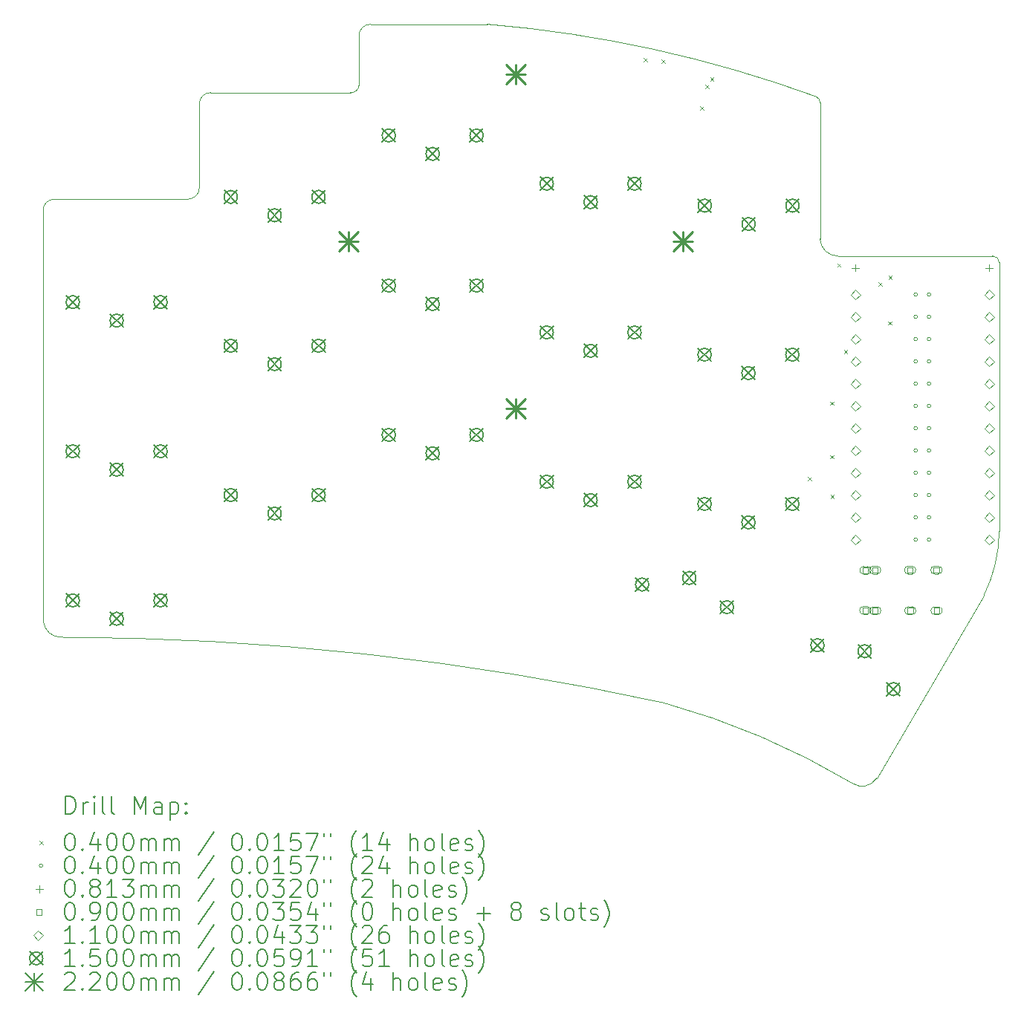
<source format=gbr>
%TF.GenerationSoftware,KiCad,Pcbnew,8.0.5*%
%TF.CreationDate,2024-09-27T20:56:13+02:00*%
%TF.ProjectId,half-swept,68616c66-2d73-4776-9570-742e6b696361,rev?*%
%TF.SameCoordinates,Original*%
%TF.FileFunction,Drillmap*%
%TF.FilePolarity,Positive*%
%FSLAX45Y45*%
G04 Gerber Fmt 4.5, Leading zero omitted, Abs format (unit mm)*
G04 Created by KiCad (PCBNEW 8.0.5) date 2024-09-27 20:56:13*
%MOMM*%
%LPD*%
G01*
G04 APERTURE LIST*
%ADD10C,0.050000*%
%ADD11C,0.200000*%
%ADD12C,0.100000*%
%ADD13C,0.110000*%
%ADD14C,0.150000*%
%ADD15C,0.220000*%
G04 APERTURE END LIST*
D10*
X12688500Y-4461200D02*
G75*
G02*
X12763500Y-4536200I0J-75000D01*
G01*
X1869054Y-3943149D02*
X1873025Y-8624502D01*
X10678729Y-2645689D02*
G75*
G02*
X10722200Y-2713742I-31529J-68051D01*
G01*
X8940913Y-9556195D02*
G75*
G02*
X11093800Y-10474800I-2278713J-8322605D01*
G01*
X10925700Y-4461492D02*
G75*
G02*
X10722200Y-4268400I-3500J200092D01*
G01*
X6929178Y-1820068D02*
G75*
G02*
X10678729Y-2645689I-1194733J-14352958D01*
G01*
X11367000Y-10414927D02*
G75*
G02*
X11093800Y-10474800I-166200J105127D01*
G01*
X2076800Y-8808112D02*
G75*
G02*
X8940913Y-9556195I-57803J-32395624D01*
G01*
X2076800Y-8808112D02*
G75*
G02*
X1873025Y-8624502I-5975J198251D01*
G01*
X12763500Y-4536200D02*
X12763500Y-6248400D01*
X10722200Y-4268400D02*
X10722205Y-2713742D01*
X10925700Y-4461492D02*
X12688500Y-4461200D01*
X12588830Y-8331200D02*
X11367000Y-10414927D01*
X12763500Y-7598785D02*
G75*
G02*
X12588831Y-8331200I-1677390J12995D01*
G01*
X6929178Y-1820068D02*
X5600000Y-1820614D01*
X12763500Y-6248400D02*
X12764700Y-6985000D01*
X12764700Y-6985000D02*
X12763500Y-7598785D01*
X3648941Y-2728456D02*
G75*
G02*
X3778139Y-2599491I129079J-114D01*
G01*
X5468566Y-1950454D02*
G75*
G02*
X5600000Y-1820614I129964J-116D01*
G01*
X5468715Y-2518665D02*
G75*
G02*
X5372421Y-2600385I-89005J7285D01*
G01*
X5469024Y-1950455D02*
X5468715Y-2518665D01*
X3648941Y-2728456D02*
X3650228Y-3684956D01*
X1869054Y-3943149D02*
G75*
G02*
X1998252Y-3814182I129083J-116D01*
G01*
X3650228Y-3684956D02*
G75*
G02*
X3521031Y-3813918I-129079J116D01*
G01*
X5372421Y-2600385D02*
X3778139Y-2599489D01*
X3521031Y-3813923D02*
X1998252Y-3814182D01*
D11*
D12*
X8712520Y-2205040D02*
X8752520Y-2245040D01*
X8752520Y-2205040D02*
X8712520Y-2245040D01*
X8915720Y-2225360D02*
X8955720Y-2265360D01*
X8955720Y-2225360D02*
X8915720Y-2265360D01*
X9357680Y-2753680D02*
X9397680Y-2793680D01*
X9397680Y-2753680D02*
X9357680Y-2793680D01*
X9413560Y-2509840D02*
X9453560Y-2549840D01*
X9453560Y-2509840D02*
X9413560Y-2549840D01*
X9469440Y-2423480D02*
X9509440Y-2463480D01*
X9509440Y-2423480D02*
X9469440Y-2463480D01*
X10581960Y-6980240D02*
X10621960Y-7020240D01*
X10621960Y-6980240D02*
X10581960Y-7020240D01*
X10835960Y-6121720D02*
X10875960Y-6161720D01*
X10875960Y-6121720D02*
X10835960Y-6161720D01*
X10835960Y-6731320D02*
X10875960Y-6771320D01*
X10875960Y-6731320D02*
X10835960Y-6771320D01*
X10841040Y-7183440D02*
X10881040Y-7223440D01*
X10881040Y-7183440D02*
X10841040Y-7223440D01*
X10917240Y-4546920D02*
X10957240Y-4586920D01*
X10957240Y-4546920D02*
X10917240Y-4586920D01*
X10993440Y-5532440D02*
X11033440Y-5572440D01*
X11033440Y-5532440D02*
X10993440Y-5572440D01*
X11384600Y-4765360D02*
X11424600Y-4805360D01*
X11424600Y-4765360D02*
X11384600Y-4805360D01*
X11496360Y-5207320D02*
X11536360Y-5247320D01*
X11536360Y-5207320D02*
X11496360Y-5247320D01*
X11501440Y-4687242D02*
X11541440Y-4727242D01*
X11541440Y-4687242D02*
X11501440Y-4727242D01*
X11831000Y-4902200D02*
G75*
G02*
X11791000Y-4902200I-20000J0D01*
G01*
X11791000Y-4902200D02*
G75*
G02*
X11831000Y-4902200I20000J0D01*
G01*
X11831000Y-5156200D02*
G75*
G02*
X11791000Y-5156200I-20000J0D01*
G01*
X11791000Y-5156200D02*
G75*
G02*
X11831000Y-5156200I20000J0D01*
G01*
X11831000Y-5410200D02*
G75*
G02*
X11791000Y-5410200I-20000J0D01*
G01*
X11791000Y-5410200D02*
G75*
G02*
X11831000Y-5410200I20000J0D01*
G01*
X11831000Y-5664200D02*
G75*
G02*
X11791000Y-5664200I-20000J0D01*
G01*
X11791000Y-5664200D02*
G75*
G02*
X11831000Y-5664200I20000J0D01*
G01*
X11831000Y-5918200D02*
G75*
G02*
X11791000Y-5918200I-20000J0D01*
G01*
X11791000Y-5918200D02*
G75*
G02*
X11831000Y-5918200I20000J0D01*
G01*
X11831000Y-6172200D02*
G75*
G02*
X11791000Y-6172200I-20000J0D01*
G01*
X11791000Y-6172200D02*
G75*
G02*
X11831000Y-6172200I20000J0D01*
G01*
X11831000Y-6426200D02*
G75*
G02*
X11791000Y-6426200I-20000J0D01*
G01*
X11791000Y-6426200D02*
G75*
G02*
X11831000Y-6426200I20000J0D01*
G01*
X11831000Y-6680200D02*
G75*
G02*
X11791000Y-6680200I-20000J0D01*
G01*
X11791000Y-6680200D02*
G75*
G02*
X11831000Y-6680200I20000J0D01*
G01*
X11831000Y-6934200D02*
G75*
G02*
X11791000Y-6934200I-20000J0D01*
G01*
X11791000Y-6934200D02*
G75*
G02*
X11831000Y-6934200I20000J0D01*
G01*
X11831000Y-7188200D02*
G75*
G02*
X11791000Y-7188200I-20000J0D01*
G01*
X11791000Y-7188200D02*
G75*
G02*
X11831000Y-7188200I20000J0D01*
G01*
X11831000Y-7442200D02*
G75*
G02*
X11791000Y-7442200I-20000J0D01*
G01*
X11791000Y-7442200D02*
G75*
G02*
X11831000Y-7442200I20000J0D01*
G01*
X11831000Y-7696200D02*
G75*
G02*
X11791000Y-7696200I-20000J0D01*
G01*
X11791000Y-7696200D02*
G75*
G02*
X11831000Y-7696200I20000J0D01*
G01*
X11983400Y-4902200D02*
G75*
G02*
X11943400Y-4902200I-20000J0D01*
G01*
X11943400Y-4902200D02*
G75*
G02*
X11983400Y-4902200I20000J0D01*
G01*
X11983400Y-5156200D02*
G75*
G02*
X11943400Y-5156200I-20000J0D01*
G01*
X11943400Y-5156200D02*
G75*
G02*
X11983400Y-5156200I20000J0D01*
G01*
X11983400Y-5410200D02*
G75*
G02*
X11943400Y-5410200I-20000J0D01*
G01*
X11943400Y-5410200D02*
G75*
G02*
X11983400Y-5410200I20000J0D01*
G01*
X11983400Y-5664200D02*
G75*
G02*
X11943400Y-5664200I-20000J0D01*
G01*
X11943400Y-5664200D02*
G75*
G02*
X11983400Y-5664200I20000J0D01*
G01*
X11983400Y-5918200D02*
G75*
G02*
X11943400Y-5918200I-20000J0D01*
G01*
X11943400Y-5918200D02*
G75*
G02*
X11983400Y-5918200I20000J0D01*
G01*
X11983400Y-6172200D02*
G75*
G02*
X11943400Y-6172200I-20000J0D01*
G01*
X11943400Y-6172200D02*
G75*
G02*
X11983400Y-6172200I20000J0D01*
G01*
X11983400Y-6426200D02*
G75*
G02*
X11943400Y-6426200I-20000J0D01*
G01*
X11943400Y-6426200D02*
G75*
G02*
X11983400Y-6426200I20000J0D01*
G01*
X11983400Y-6680200D02*
G75*
G02*
X11943400Y-6680200I-20000J0D01*
G01*
X11943400Y-6680200D02*
G75*
G02*
X11983400Y-6680200I20000J0D01*
G01*
X11983400Y-6934200D02*
G75*
G02*
X11943400Y-6934200I-20000J0D01*
G01*
X11943400Y-6934200D02*
G75*
G02*
X11983400Y-6934200I20000J0D01*
G01*
X11983400Y-7188200D02*
G75*
G02*
X11943400Y-7188200I-20000J0D01*
G01*
X11943400Y-7188200D02*
G75*
G02*
X11983400Y-7188200I20000J0D01*
G01*
X11983400Y-7442200D02*
G75*
G02*
X11943400Y-7442200I-20000J0D01*
G01*
X11943400Y-7442200D02*
G75*
G02*
X11983400Y-7442200I20000J0D01*
G01*
X11983400Y-7696200D02*
G75*
G02*
X11943400Y-7696200I-20000J0D01*
G01*
X11943400Y-7696200D02*
G75*
G02*
X11983400Y-7696200I20000J0D01*
G01*
X11125200Y-4556760D02*
X11125200Y-4638040D01*
X11084560Y-4597400D02*
X11165840Y-4597400D01*
X12649200Y-4556760D02*
X12649200Y-4638040D01*
X12608560Y-4597400D02*
X12689840Y-4597400D01*
X11269620Y-8533820D02*
X11269620Y-8470180D01*
X11205980Y-8470180D01*
X11205980Y-8533820D01*
X11269620Y-8533820D01*
X11217800Y-8547000D02*
X11257800Y-8547000D01*
X11257800Y-8457000D02*
G75*
G02*
X11257800Y-8547000I0J-45000D01*
G01*
X11257800Y-8457000D02*
X11217800Y-8457000D01*
X11217800Y-8457000D02*
G75*
G03*
X11217800Y-8547000I0J-45000D01*
G01*
X11271620Y-8076820D02*
X11271620Y-8013180D01*
X11207980Y-8013180D01*
X11207980Y-8076820D01*
X11271620Y-8076820D01*
X11259800Y-8000000D02*
X11219800Y-8000000D01*
X11219800Y-8090000D02*
G75*
G02*
X11219800Y-8000000I0J45000D01*
G01*
X11219800Y-8090000D02*
X11259800Y-8090000D01*
X11259800Y-8090000D02*
G75*
G03*
X11259800Y-8000000I0J45000D01*
G01*
X11379620Y-8073820D02*
X11379620Y-8010180D01*
X11315980Y-8010180D01*
X11315980Y-8073820D01*
X11379620Y-8073820D01*
X11327800Y-8087000D02*
X11367800Y-8087000D01*
X11367800Y-7997000D02*
G75*
G02*
X11367800Y-8087000I0J-45000D01*
G01*
X11367800Y-7997000D02*
X11327800Y-7997000D01*
X11327800Y-7997000D02*
G75*
G03*
X11327800Y-8087000I0J-45000D01*
G01*
X11381620Y-8536820D02*
X11381620Y-8473180D01*
X11317980Y-8473180D01*
X11317980Y-8536820D01*
X11381620Y-8536820D01*
X11369800Y-8460000D02*
X11329800Y-8460000D01*
X11329800Y-8550000D02*
G75*
G02*
X11329800Y-8460000I0J45000D01*
G01*
X11329800Y-8550000D02*
X11369800Y-8550000D01*
X11369800Y-8550000D02*
G75*
G03*
X11369800Y-8460000I0J45000D01*
G01*
X11779620Y-8073820D02*
X11779620Y-8010180D01*
X11715980Y-8010180D01*
X11715980Y-8073820D01*
X11779620Y-8073820D01*
X11727800Y-8087000D02*
X11767800Y-8087000D01*
X11767800Y-7997000D02*
G75*
G02*
X11767800Y-8087000I0J-45000D01*
G01*
X11767800Y-7997000D02*
X11727800Y-7997000D01*
X11727800Y-7997000D02*
G75*
G03*
X11727800Y-8087000I0J-45000D01*
G01*
X11781620Y-8536820D02*
X11781620Y-8473180D01*
X11717980Y-8473180D01*
X11717980Y-8536820D01*
X11781620Y-8536820D01*
X11769800Y-8460000D02*
X11729800Y-8460000D01*
X11729800Y-8550000D02*
G75*
G02*
X11729800Y-8460000I0J45000D01*
G01*
X11729800Y-8550000D02*
X11769800Y-8550000D01*
X11769800Y-8550000D02*
G75*
G03*
X11769800Y-8460000I0J45000D01*
G01*
X12079620Y-8073820D02*
X12079620Y-8010180D01*
X12015980Y-8010180D01*
X12015980Y-8073820D01*
X12079620Y-8073820D01*
X12027800Y-8087000D02*
X12067800Y-8087000D01*
X12067800Y-7997000D02*
G75*
G02*
X12067800Y-8087000I0J-45000D01*
G01*
X12067800Y-7997000D02*
X12027800Y-7997000D01*
X12027800Y-7997000D02*
G75*
G03*
X12027800Y-8087000I0J-45000D01*
G01*
X12081620Y-8536820D02*
X12081620Y-8473180D01*
X12017980Y-8473180D01*
X12017980Y-8536820D01*
X12081620Y-8536820D01*
X12069800Y-8460000D02*
X12029800Y-8460000D01*
X12029800Y-8550000D02*
G75*
G02*
X12029800Y-8460000I0J45000D01*
G01*
X12029800Y-8550000D02*
X12069800Y-8550000D01*
X12069800Y-8550000D02*
G75*
G03*
X12069800Y-8460000I0J45000D01*
G01*
D13*
X11125200Y-4957200D02*
X11180200Y-4902200D01*
X11125200Y-4847200D01*
X11070200Y-4902200D01*
X11125200Y-4957200D01*
X11125200Y-4957200D02*
X11180200Y-4902200D01*
X11125200Y-4847200D01*
X11070200Y-4902200D01*
X11125200Y-4957200D01*
X11125200Y-5211200D02*
X11180200Y-5156200D01*
X11125200Y-5101200D01*
X11070200Y-5156200D01*
X11125200Y-5211200D01*
X11125200Y-5465200D02*
X11180200Y-5410200D01*
X11125200Y-5355200D01*
X11070200Y-5410200D01*
X11125200Y-5465200D01*
X11125200Y-5719200D02*
X11180200Y-5664200D01*
X11125200Y-5609200D01*
X11070200Y-5664200D01*
X11125200Y-5719200D01*
X11125200Y-5973200D02*
X11180200Y-5918200D01*
X11125200Y-5863200D01*
X11070200Y-5918200D01*
X11125200Y-5973200D01*
X11125200Y-6227200D02*
X11180200Y-6172200D01*
X11125200Y-6117200D01*
X11070200Y-6172200D01*
X11125200Y-6227200D01*
X11125200Y-6481200D02*
X11180200Y-6426200D01*
X11125200Y-6371200D01*
X11070200Y-6426200D01*
X11125200Y-6481200D01*
X11125200Y-6735200D02*
X11180200Y-6680200D01*
X11125200Y-6625200D01*
X11070200Y-6680200D01*
X11125200Y-6735200D01*
X11125200Y-6989200D02*
X11180200Y-6934200D01*
X11125200Y-6879200D01*
X11070200Y-6934200D01*
X11125200Y-6989200D01*
X11125200Y-7243200D02*
X11180200Y-7188200D01*
X11125200Y-7133200D01*
X11070200Y-7188200D01*
X11125200Y-7243200D01*
X11125200Y-7497200D02*
X11180200Y-7442200D01*
X11125200Y-7387200D01*
X11070200Y-7442200D01*
X11125200Y-7497200D01*
X11125200Y-7751200D02*
X11180200Y-7696200D01*
X11125200Y-7641200D01*
X11070200Y-7696200D01*
X11125200Y-7751200D01*
X12649200Y-4957200D02*
X12704200Y-4902200D01*
X12649200Y-4847200D01*
X12594200Y-4902200D01*
X12649200Y-4957200D01*
X12649200Y-4957200D02*
X12704200Y-4902200D01*
X12649200Y-4847200D01*
X12594200Y-4902200D01*
X12649200Y-4957200D01*
X12649200Y-5211200D02*
X12704200Y-5156200D01*
X12649200Y-5101200D01*
X12594200Y-5156200D01*
X12649200Y-5211200D01*
X12649200Y-5465200D02*
X12704200Y-5410200D01*
X12649200Y-5355200D01*
X12594200Y-5410200D01*
X12649200Y-5465200D01*
X12649200Y-5719200D02*
X12704200Y-5664200D01*
X12649200Y-5609200D01*
X12594200Y-5664200D01*
X12649200Y-5719200D01*
X12649200Y-5973200D02*
X12704200Y-5918200D01*
X12649200Y-5863200D01*
X12594200Y-5918200D01*
X12649200Y-5973200D01*
X12649200Y-6227200D02*
X12704200Y-6172200D01*
X12649200Y-6117200D01*
X12594200Y-6172200D01*
X12649200Y-6227200D01*
X12649200Y-6481200D02*
X12704200Y-6426200D01*
X12649200Y-6371200D01*
X12594200Y-6426200D01*
X12649200Y-6481200D01*
X12649200Y-6735200D02*
X12704200Y-6680200D01*
X12649200Y-6625200D01*
X12594200Y-6680200D01*
X12649200Y-6735200D01*
X12649200Y-6989200D02*
X12704200Y-6934200D01*
X12649200Y-6879200D01*
X12594200Y-6934200D01*
X12649200Y-6989200D01*
X12649200Y-7243200D02*
X12704200Y-7188200D01*
X12649200Y-7133200D01*
X12594200Y-7188200D01*
X12649200Y-7243200D01*
X12649200Y-7497200D02*
X12704200Y-7442200D01*
X12649200Y-7387200D01*
X12594200Y-7442200D01*
X12649200Y-7497200D01*
X12649200Y-7751200D02*
X12704200Y-7696200D01*
X12649200Y-7641200D01*
X12594200Y-7696200D01*
X12649200Y-7751200D01*
D14*
X2133000Y-4913000D02*
X2283000Y-5063000D01*
X2283000Y-4913000D02*
X2133000Y-5063000D01*
X2283000Y-4988000D02*
G75*
G02*
X2133000Y-4988000I-75000J0D01*
G01*
X2133000Y-4988000D02*
G75*
G02*
X2283000Y-4988000I75000J0D01*
G01*
X2133000Y-6613000D02*
X2283000Y-6763000D01*
X2283000Y-6613000D02*
X2133000Y-6763000D01*
X2283000Y-6688000D02*
G75*
G02*
X2133000Y-6688000I-75000J0D01*
G01*
X2133000Y-6688000D02*
G75*
G02*
X2283000Y-6688000I75000J0D01*
G01*
X2133000Y-8313000D02*
X2283000Y-8463000D01*
X2283000Y-8313000D02*
X2133000Y-8463000D01*
X2283000Y-8388000D02*
G75*
G02*
X2133000Y-8388000I-75000J0D01*
G01*
X2133000Y-8388000D02*
G75*
G02*
X2283000Y-8388000I75000J0D01*
G01*
X2633000Y-5123000D02*
X2783000Y-5273000D01*
X2783000Y-5123000D02*
X2633000Y-5273000D01*
X2783000Y-5198000D02*
G75*
G02*
X2633000Y-5198000I-75000J0D01*
G01*
X2633000Y-5198000D02*
G75*
G02*
X2783000Y-5198000I75000J0D01*
G01*
X2633000Y-6823000D02*
X2783000Y-6973000D01*
X2783000Y-6823000D02*
X2633000Y-6973000D01*
X2783000Y-6898000D02*
G75*
G02*
X2633000Y-6898000I-75000J0D01*
G01*
X2633000Y-6898000D02*
G75*
G02*
X2783000Y-6898000I75000J0D01*
G01*
X2633000Y-8523000D02*
X2783000Y-8673000D01*
X2783000Y-8523000D02*
X2633000Y-8673000D01*
X2783000Y-8598000D02*
G75*
G02*
X2633000Y-8598000I-75000J0D01*
G01*
X2633000Y-8598000D02*
G75*
G02*
X2783000Y-8598000I75000J0D01*
G01*
X3133000Y-4913000D02*
X3283000Y-5063000D01*
X3283000Y-4913000D02*
X3133000Y-5063000D01*
X3283000Y-4988000D02*
G75*
G02*
X3133000Y-4988000I-75000J0D01*
G01*
X3133000Y-4988000D02*
G75*
G02*
X3283000Y-4988000I75000J0D01*
G01*
X3133000Y-6613000D02*
X3283000Y-6763000D01*
X3283000Y-6613000D02*
X3133000Y-6763000D01*
X3283000Y-6688000D02*
G75*
G02*
X3133000Y-6688000I-75000J0D01*
G01*
X3133000Y-6688000D02*
G75*
G02*
X3283000Y-6688000I75000J0D01*
G01*
X3133000Y-8313000D02*
X3283000Y-8463000D01*
X3283000Y-8313000D02*
X3133000Y-8463000D01*
X3283000Y-8388000D02*
G75*
G02*
X3133000Y-8388000I-75000J0D01*
G01*
X3133000Y-8388000D02*
G75*
G02*
X3283000Y-8388000I75000J0D01*
G01*
X3933000Y-3713000D02*
X4083000Y-3863000D01*
X4083000Y-3713000D02*
X3933000Y-3863000D01*
X4083000Y-3788000D02*
G75*
G02*
X3933000Y-3788000I-75000J0D01*
G01*
X3933000Y-3788000D02*
G75*
G02*
X4083000Y-3788000I75000J0D01*
G01*
X3933000Y-5410400D02*
X4083000Y-5560400D01*
X4083000Y-5410400D02*
X3933000Y-5560400D01*
X4083000Y-5485400D02*
G75*
G02*
X3933000Y-5485400I-75000J0D01*
G01*
X3933000Y-5485400D02*
G75*
G02*
X4083000Y-5485400I75000J0D01*
G01*
X3933000Y-7112200D02*
X4083000Y-7262200D01*
X4083000Y-7112200D02*
X3933000Y-7262200D01*
X4083000Y-7187200D02*
G75*
G02*
X3933000Y-7187200I-75000J0D01*
G01*
X3933000Y-7187200D02*
G75*
G02*
X4083000Y-7187200I75000J0D01*
G01*
X4433000Y-3923000D02*
X4583000Y-4073000D01*
X4583000Y-3923000D02*
X4433000Y-4073000D01*
X4583000Y-3998000D02*
G75*
G02*
X4433000Y-3998000I-75000J0D01*
G01*
X4433000Y-3998000D02*
G75*
G02*
X4583000Y-3998000I75000J0D01*
G01*
X4433000Y-5620400D02*
X4583000Y-5770400D01*
X4583000Y-5620400D02*
X4433000Y-5770400D01*
X4583000Y-5695400D02*
G75*
G02*
X4433000Y-5695400I-75000J0D01*
G01*
X4433000Y-5695400D02*
G75*
G02*
X4583000Y-5695400I75000J0D01*
G01*
X4433000Y-7322200D02*
X4583000Y-7472200D01*
X4583000Y-7322200D02*
X4433000Y-7472200D01*
X4583000Y-7397200D02*
G75*
G02*
X4433000Y-7397200I-75000J0D01*
G01*
X4433000Y-7397200D02*
G75*
G02*
X4583000Y-7397200I75000J0D01*
G01*
X4933000Y-3713000D02*
X5083000Y-3863000D01*
X5083000Y-3713000D02*
X4933000Y-3863000D01*
X5083000Y-3788000D02*
G75*
G02*
X4933000Y-3788000I-75000J0D01*
G01*
X4933000Y-3788000D02*
G75*
G02*
X5083000Y-3788000I75000J0D01*
G01*
X4933000Y-5410400D02*
X5083000Y-5560400D01*
X5083000Y-5410400D02*
X4933000Y-5560400D01*
X5083000Y-5485400D02*
G75*
G02*
X4933000Y-5485400I-75000J0D01*
G01*
X4933000Y-5485400D02*
G75*
G02*
X5083000Y-5485400I75000J0D01*
G01*
X4933000Y-7112200D02*
X5083000Y-7262200D01*
X5083000Y-7112200D02*
X4933000Y-7262200D01*
X5083000Y-7187200D02*
G75*
G02*
X4933000Y-7187200I-75000J0D01*
G01*
X4933000Y-7187200D02*
G75*
G02*
X5083000Y-7187200I75000J0D01*
G01*
X5733000Y-3013000D02*
X5883000Y-3163000D01*
X5883000Y-3013000D02*
X5733000Y-3163000D01*
X5883000Y-3088000D02*
G75*
G02*
X5733000Y-3088000I-75000J0D01*
G01*
X5733000Y-3088000D02*
G75*
G02*
X5883000Y-3088000I75000J0D01*
G01*
X5733000Y-4724600D02*
X5883000Y-4874600D01*
X5883000Y-4724600D02*
X5733000Y-4874600D01*
X5883000Y-4799600D02*
G75*
G02*
X5733000Y-4799600I-75000J0D01*
G01*
X5733000Y-4799600D02*
G75*
G02*
X5883000Y-4799600I75000J0D01*
G01*
X5733000Y-6426400D02*
X5883000Y-6576400D01*
X5883000Y-6426400D02*
X5733000Y-6576400D01*
X5883000Y-6501400D02*
G75*
G02*
X5733000Y-6501400I-75000J0D01*
G01*
X5733000Y-6501400D02*
G75*
G02*
X5883000Y-6501400I75000J0D01*
G01*
X6233000Y-3223000D02*
X6383000Y-3373000D01*
X6383000Y-3223000D02*
X6233000Y-3373000D01*
X6383000Y-3298000D02*
G75*
G02*
X6233000Y-3298000I-75000J0D01*
G01*
X6233000Y-3298000D02*
G75*
G02*
X6383000Y-3298000I75000J0D01*
G01*
X6233000Y-4934600D02*
X6383000Y-5084600D01*
X6383000Y-4934600D02*
X6233000Y-5084600D01*
X6383000Y-5009600D02*
G75*
G02*
X6233000Y-5009600I-75000J0D01*
G01*
X6233000Y-5009600D02*
G75*
G02*
X6383000Y-5009600I75000J0D01*
G01*
X6233000Y-6636400D02*
X6383000Y-6786400D01*
X6383000Y-6636400D02*
X6233000Y-6786400D01*
X6383000Y-6711400D02*
G75*
G02*
X6233000Y-6711400I-75000J0D01*
G01*
X6233000Y-6711400D02*
G75*
G02*
X6383000Y-6711400I75000J0D01*
G01*
X6733000Y-3013000D02*
X6883000Y-3163000D01*
X6883000Y-3013000D02*
X6733000Y-3163000D01*
X6883000Y-3088000D02*
G75*
G02*
X6733000Y-3088000I-75000J0D01*
G01*
X6733000Y-3088000D02*
G75*
G02*
X6883000Y-3088000I75000J0D01*
G01*
X6733000Y-4724600D02*
X6883000Y-4874600D01*
X6883000Y-4724600D02*
X6733000Y-4874600D01*
X6883000Y-4799600D02*
G75*
G02*
X6733000Y-4799600I-75000J0D01*
G01*
X6733000Y-4799600D02*
G75*
G02*
X6883000Y-4799600I75000J0D01*
G01*
X6733000Y-6426400D02*
X6883000Y-6576400D01*
X6883000Y-6426400D02*
X6733000Y-6576400D01*
X6883000Y-6501400D02*
G75*
G02*
X6733000Y-6501400I-75000J0D01*
G01*
X6733000Y-6501400D02*
G75*
G02*
X6883000Y-6501400I75000J0D01*
G01*
X7533000Y-3563000D02*
X7683000Y-3713000D01*
X7683000Y-3563000D02*
X7533000Y-3713000D01*
X7683000Y-3638000D02*
G75*
G02*
X7533000Y-3638000I-75000J0D01*
G01*
X7533000Y-3638000D02*
G75*
G02*
X7683000Y-3638000I75000J0D01*
G01*
X7533000Y-5258000D02*
X7683000Y-5408000D01*
X7683000Y-5258000D02*
X7533000Y-5408000D01*
X7683000Y-5333000D02*
G75*
G02*
X7533000Y-5333000I-75000J0D01*
G01*
X7533000Y-5333000D02*
G75*
G02*
X7683000Y-5333000I75000J0D01*
G01*
X7533000Y-6959800D02*
X7683000Y-7109800D01*
X7683000Y-6959800D02*
X7533000Y-7109800D01*
X7683000Y-7034800D02*
G75*
G02*
X7533000Y-7034800I-75000J0D01*
G01*
X7533000Y-7034800D02*
G75*
G02*
X7683000Y-7034800I75000J0D01*
G01*
X8033000Y-3773000D02*
X8183000Y-3923000D01*
X8183000Y-3773000D02*
X8033000Y-3923000D01*
X8183000Y-3848000D02*
G75*
G02*
X8033000Y-3848000I-75000J0D01*
G01*
X8033000Y-3848000D02*
G75*
G02*
X8183000Y-3848000I75000J0D01*
G01*
X8033000Y-5468000D02*
X8183000Y-5618000D01*
X8183000Y-5468000D02*
X8033000Y-5618000D01*
X8183000Y-5543000D02*
G75*
G02*
X8033000Y-5543000I-75000J0D01*
G01*
X8033000Y-5543000D02*
G75*
G02*
X8183000Y-5543000I75000J0D01*
G01*
X8033000Y-7169800D02*
X8183000Y-7319800D01*
X8183000Y-7169800D02*
X8033000Y-7319800D01*
X8183000Y-7244800D02*
G75*
G02*
X8033000Y-7244800I-75000J0D01*
G01*
X8033000Y-7244800D02*
G75*
G02*
X8183000Y-7244800I75000J0D01*
G01*
X8533000Y-3563000D02*
X8683000Y-3713000D01*
X8683000Y-3563000D02*
X8533000Y-3713000D01*
X8683000Y-3638000D02*
G75*
G02*
X8533000Y-3638000I-75000J0D01*
G01*
X8533000Y-3638000D02*
G75*
G02*
X8683000Y-3638000I75000J0D01*
G01*
X8533000Y-5258000D02*
X8683000Y-5408000D01*
X8683000Y-5258000D02*
X8533000Y-5408000D01*
X8683000Y-5333000D02*
G75*
G02*
X8533000Y-5333000I-75000J0D01*
G01*
X8533000Y-5333000D02*
G75*
G02*
X8683000Y-5333000I75000J0D01*
G01*
X8533000Y-6959800D02*
X8683000Y-7109800D01*
X8683000Y-6959800D02*
X8533000Y-7109800D01*
X8683000Y-7034800D02*
G75*
G02*
X8533000Y-7034800I-75000J0D01*
G01*
X8533000Y-7034800D02*
G75*
G02*
X8683000Y-7034800I75000J0D01*
G01*
X8619988Y-8131539D02*
X8769988Y-8281539D01*
X8769988Y-8131539D02*
X8619988Y-8281539D01*
X8769988Y-8206539D02*
G75*
G02*
X8619988Y-8206539I-75000J0D01*
G01*
X8619988Y-8206539D02*
G75*
G02*
X8769988Y-8206539I75000J0D01*
G01*
X9157303Y-8058104D02*
X9307303Y-8208104D01*
X9307303Y-8058104D02*
X9157303Y-8208104D01*
X9307303Y-8133104D02*
G75*
G02*
X9157303Y-8133104I-75000J0D01*
G01*
X9157303Y-8133104D02*
G75*
G02*
X9307303Y-8133104I75000J0D01*
G01*
X9331000Y-5512000D02*
X9481000Y-5662000D01*
X9481000Y-5512000D02*
X9331000Y-5662000D01*
X9481000Y-5587000D02*
G75*
G02*
X9331000Y-5587000I-75000J0D01*
G01*
X9331000Y-5587000D02*
G75*
G02*
X9481000Y-5587000I75000J0D01*
G01*
X9331000Y-7213800D02*
X9481000Y-7363800D01*
X9481000Y-7213800D02*
X9331000Y-7363800D01*
X9481000Y-7288800D02*
G75*
G02*
X9331000Y-7288800I-75000J0D01*
G01*
X9331000Y-7288800D02*
G75*
G02*
X9481000Y-7288800I75000J0D01*
G01*
X9333000Y-3813000D02*
X9483000Y-3963000D01*
X9483000Y-3813000D02*
X9333000Y-3963000D01*
X9483000Y-3888000D02*
G75*
G02*
X9333000Y-3888000I-75000J0D01*
G01*
X9333000Y-3888000D02*
G75*
G02*
X9483000Y-3888000I75000J0D01*
G01*
X9585914Y-8390358D02*
X9735914Y-8540358D01*
X9735914Y-8390358D02*
X9585914Y-8540358D01*
X9735914Y-8465358D02*
G75*
G02*
X9585914Y-8465358I-75000J0D01*
G01*
X9585914Y-8465358D02*
G75*
G02*
X9735914Y-8465358I75000J0D01*
G01*
X9831000Y-5722000D02*
X9981000Y-5872000D01*
X9981000Y-5722000D02*
X9831000Y-5872000D01*
X9981000Y-5797000D02*
G75*
G02*
X9831000Y-5797000I-75000J0D01*
G01*
X9831000Y-5797000D02*
G75*
G02*
X9981000Y-5797000I75000J0D01*
G01*
X9831000Y-7423800D02*
X9981000Y-7573800D01*
X9981000Y-7423800D02*
X9831000Y-7573800D01*
X9981000Y-7498800D02*
G75*
G02*
X9831000Y-7498800I-75000J0D01*
G01*
X9831000Y-7498800D02*
G75*
G02*
X9981000Y-7498800I75000J0D01*
G01*
X9833000Y-4023000D02*
X9983000Y-4173000D01*
X9983000Y-4023000D02*
X9833000Y-4173000D01*
X9983000Y-4098000D02*
G75*
G02*
X9833000Y-4098000I-75000J0D01*
G01*
X9833000Y-4098000D02*
G75*
G02*
X9983000Y-4098000I75000J0D01*
G01*
X10331000Y-5512000D02*
X10481000Y-5662000D01*
X10481000Y-5512000D02*
X10331000Y-5662000D01*
X10481000Y-5587000D02*
G75*
G02*
X10331000Y-5587000I-75000J0D01*
G01*
X10331000Y-5587000D02*
G75*
G02*
X10481000Y-5587000I75000J0D01*
G01*
X10331000Y-7213800D02*
X10481000Y-7363800D01*
X10481000Y-7213800D02*
X10331000Y-7363800D01*
X10481000Y-7288800D02*
G75*
G02*
X10331000Y-7288800I-75000J0D01*
G01*
X10331000Y-7288800D02*
G75*
G02*
X10481000Y-7288800I75000J0D01*
G01*
X10333000Y-3813000D02*
X10483000Y-3963000D01*
X10483000Y-3813000D02*
X10333000Y-3963000D01*
X10483000Y-3888000D02*
G75*
G02*
X10333000Y-3888000I-75000J0D01*
G01*
X10333000Y-3888000D02*
G75*
G02*
X10483000Y-3888000I75000J0D01*
G01*
X10617587Y-8823910D02*
X10767587Y-8973910D01*
X10767587Y-8823910D02*
X10617587Y-8973910D01*
X10767587Y-8898910D02*
G75*
G02*
X10617587Y-8898910I-75000J0D01*
G01*
X10617587Y-8898910D02*
G75*
G02*
X10767587Y-8898910I75000J0D01*
G01*
X11155600Y-8892045D02*
X11305600Y-9042045D01*
X11305600Y-8892045D02*
X11155600Y-9042045D01*
X11305600Y-8967045D02*
G75*
G02*
X11155600Y-8967045I-75000J0D01*
G01*
X11155600Y-8967045D02*
G75*
G02*
X11305600Y-8967045I75000J0D01*
G01*
X11483613Y-9323910D02*
X11633613Y-9473910D01*
X11633613Y-9323910D02*
X11483613Y-9473910D01*
X11633613Y-9398910D02*
G75*
G02*
X11483613Y-9398910I-75000J0D01*
G01*
X11483613Y-9398910D02*
G75*
G02*
X11633613Y-9398910I75000J0D01*
G01*
D15*
X5243000Y-4188000D02*
X5463000Y-4408000D01*
X5463000Y-4188000D02*
X5243000Y-4408000D01*
X5353000Y-4188000D02*
X5353000Y-4408000D01*
X5243000Y-4298000D02*
X5463000Y-4298000D01*
X7148000Y-2283000D02*
X7368000Y-2503000D01*
X7368000Y-2283000D02*
X7148000Y-2503000D01*
X7258000Y-2283000D02*
X7258000Y-2503000D01*
X7148000Y-2393000D02*
X7368000Y-2393000D01*
X7148000Y-6093000D02*
X7368000Y-6313000D01*
X7368000Y-6093000D02*
X7148000Y-6313000D01*
X7258000Y-6093000D02*
X7258000Y-6313000D01*
X7148000Y-6203000D02*
X7368000Y-6203000D01*
X9053000Y-4188000D02*
X9273000Y-4408000D01*
X9273000Y-4188000D02*
X9053000Y-4408000D01*
X9163000Y-4188000D02*
X9163000Y-4408000D01*
X9053000Y-4298000D02*
X9273000Y-4298000D01*
D11*
X2127331Y-10820441D02*
X2127331Y-10620441D01*
X2127331Y-10620441D02*
X2174950Y-10620441D01*
X2174950Y-10620441D02*
X2203521Y-10629965D01*
X2203521Y-10629965D02*
X2222569Y-10649012D01*
X2222569Y-10649012D02*
X2232093Y-10668060D01*
X2232093Y-10668060D02*
X2241616Y-10706155D01*
X2241616Y-10706155D02*
X2241616Y-10734727D01*
X2241616Y-10734727D02*
X2232093Y-10772822D01*
X2232093Y-10772822D02*
X2222569Y-10791869D01*
X2222569Y-10791869D02*
X2203521Y-10810917D01*
X2203521Y-10810917D02*
X2174950Y-10820441D01*
X2174950Y-10820441D02*
X2127331Y-10820441D01*
X2327331Y-10820441D02*
X2327331Y-10687108D01*
X2327331Y-10725203D02*
X2336855Y-10706155D01*
X2336855Y-10706155D02*
X2346378Y-10696631D01*
X2346378Y-10696631D02*
X2365426Y-10687108D01*
X2365426Y-10687108D02*
X2384474Y-10687108D01*
X2451140Y-10820441D02*
X2451140Y-10687108D01*
X2451140Y-10620441D02*
X2441616Y-10629965D01*
X2441616Y-10629965D02*
X2451140Y-10639489D01*
X2451140Y-10639489D02*
X2460664Y-10629965D01*
X2460664Y-10629965D02*
X2451140Y-10620441D01*
X2451140Y-10620441D02*
X2451140Y-10639489D01*
X2574950Y-10820441D02*
X2555902Y-10810917D01*
X2555902Y-10810917D02*
X2546378Y-10791869D01*
X2546378Y-10791869D02*
X2546378Y-10620441D01*
X2679712Y-10820441D02*
X2660664Y-10810917D01*
X2660664Y-10810917D02*
X2651140Y-10791869D01*
X2651140Y-10791869D02*
X2651140Y-10620441D01*
X2908283Y-10820441D02*
X2908283Y-10620441D01*
X2908283Y-10620441D02*
X2974950Y-10763298D01*
X2974950Y-10763298D02*
X3041616Y-10620441D01*
X3041616Y-10620441D02*
X3041616Y-10820441D01*
X3222569Y-10820441D02*
X3222569Y-10715679D01*
X3222569Y-10715679D02*
X3213045Y-10696631D01*
X3213045Y-10696631D02*
X3193997Y-10687108D01*
X3193997Y-10687108D02*
X3155902Y-10687108D01*
X3155902Y-10687108D02*
X3136854Y-10696631D01*
X3222569Y-10810917D02*
X3203521Y-10820441D01*
X3203521Y-10820441D02*
X3155902Y-10820441D01*
X3155902Y-10820441D02*
X3136854Y-10810917D01*
X3136854Y-10810917D02*
X3127331Y-10791869D01*
X3127331Y-10791869D02*
X3127331Y-10772822D01*
X3127331Y-10772822D02*
X3136854Y-10753774D01*
X3136854Y-10753774D02*
X3155902Y-10744250D01*
X3155902Y-10744250D02*
X3203521Y-10744250D01*
X3203521Y-10744250D02*
X3222569Y-10734727D01*
X3317807Y-10687108D02*
X3317807Y-10887108D01*
X3317807Y-10696631D02*
X3336854Y-10687108D01*
X3336854Y-10687108D02*
X3374950Y-10687108D01*
X3374950Y-10687108D02*
X3393997Y-10696631D01*
X3393997Y-10696631D02*
X3403521Y-10706155D01*
X3403521Y-10706155D02*
X3413045Y-10725203D01*
X3413045Y-10725203D02*
X3413045Y-10782346D01*
X3413045Y-10782346D02*
X3403521Y-10801393D01*
X3403521Y-10801393D02*
X3393997Y-10810917D01*
X3393997Y-10810917D02*
X3374950Y-10820441D01*
X3374950Y-10820441D02*
X3336854Y-10820441D01*
X3336854Y-10820441D02*
X3317807Y-10810917D01*
X3498759Y-10801393D02*
X3508283Y-10810917D01*
X3508283Y-10810917D02*
X3498759Y-10820441D01*
X3498759Y-10820441D02*
X3489235Y-10810917D01*
X3489235Y-10810917D02*
X3498759Y-10801393D01*
X3498759Y-10801393D02*
X3498759Y-10820441D01*
X3498759Y-10696631D02*
X3508283Y-10706155D01*
X3508283Y-10706155D02*
X3498759Y-10715679D01*
X3498759Y-10715679D02*
X3489235Y-10706155D01*
X3489235Y-10706155D02*
X3498759Y-10696631D01*
X3498759Y-10696631D02*
X3498759Y-10715679D01*
D12*
X1826554Y-11128957D02*
X1866554Y-11168957D01*
X1866554Y-11128957D02*
X1826554Y-11168957D01*
D11*
X2165426Y-11040441D02*
X2184474Y-11040441D01*
X2184474Y-11040441D02*
X2203521Y-11049965D01*
X2203521Y-11049965D02*
X2213045Y-11059489D01*
X2213045Y-11059489D02*
X2222569Y-11078536D01*
X2222569Y-11078536D02*
X2232093Y-11116631D01*
X2232093Y-11116631D02*
X2232093Y-11164250D01*
X2232093Y-11164250D02*
X2222569Y-11202346D01*
X2222569Y-11202346D02*
X2213045Y-11221393D01*
X2213045Y-11221393D02*
X2203521Y-11230917D01*
X2203521Y-11230917D02*
X2184474Y-11240441D01*
X2184474Y-11240441D02*
X2165426Y-11240441D01*
X2165426Y-11240441D02*
X2146378Y-11230917D01*
X2146378Y-11230917D02*
X2136855Y-11221393D01*
X2136855Y-11221393D02*
X2127331Y-11202346D01*
X2127331Y-11202346D02*
X2117807Y-11164250D01*
X2117807Y-11164250D02*
X2117807Y-11116631D01*
X2117807Y-11116631D02*
X2127331Y-11078536D01*
X2127331Y-11078536D02*
X2136855Y-11059489D01*
X2136855Y-11059489D02*
X2146378Y-11049965D01*
X2146378Y-11049965D02*
X2165426Y-11040441D01*
X2317807Y-11221393D02*
X2327331Y-11230917D01*
X2327331Y-11230917D02*
X2317807Y-11240441D01*
X2317807Y-11240441D02*
X2308283Y-11230917D01*
X2308283Y-11230917D02*
X2317807Y-11221393D01*
X2317807Y-11221393D02*
X2317807Y-11240441D01*
X2498759Y-11107108D02*
X2498759Y-11240441D01*
X2451140Y-11030917D02*
X2403521Y-11173774D01*
X2403521Y-11173774D02*
X2527331Y-11173774D01*
X2641616Y-11040441D02*
X2660664Y-11040441D01*
X2660664Y-11040441D02*
X2679712Y-11049965D01*
X2679712Y-11049965D02*
X2689236Y-11059489D01*
X2689236Y-11059489D02*
X2698759Y-11078536D01*
X2698759Y-11078536D02*
X2708283Y-11116631D01*
X2708283Y-11116631D02*
X2708283Y-11164250D01*
X2708283Y-11164250D02*
X2698759Y-11202346D01*
X2698759Y-11202346D02*
X2689236Y-11221393D01*
X2689236Y-11221393D02*
X2679712Y-11230917D01*
X2679712Y-11230917D02*
X2660664Y-11240441D01*
X2660664Y-11240441D02*
X2641616Y-11240441D01*
X2641616Y-11240441D02*
X2622569Y-11230917D01*
X2622569Y-11230917D02*
X2613045Y-11221393D01*
X2613045Y-11221393D02*
X2603521Y-11202346D01*
X2603521Y-11202346D02*
X2593997Y-11164250D01*
X2593997Y-11164250D02*
X2593997Y-11116631D01*
X2593997Y-11116631D02*
X2603521Y-11078536D01*
X2603521Y-11078536D02*
X2613045Y-11059489D01*
X2613045Y-11059489D02*
X2622569Y-11049965D01*
X2622569Y-11049965D02*
X2641616Y-11040441D01*
X2832093Y-11040441D02*
X2851140Y-11040441D01*
X2851140Y-11040441D02*
X2870188Y-11049965D01*
X2870188Y-11049965D02*
X2879712Y-11059489D01*
X2879712Y-11059489D02*
X2889235Y-11078536D01*
X2889235Y-11078536D02*
X2898759Y-11116631D01*
X2898759Y-11116631D02*
X2898759Y-11164250D01*
X2898759Y-11164250D02*
X2889235Y-11202346D01*
X2889235Y-11202346D02*
X2879712Y-11221393D01*
X2879712Y-11221393D02*
X2870188Y-11230917D01*
X2870188Y-11230917D02*
X2851140Y-11240441D01*
X2851140Y-11240441D02*
X2832093Y-11240441D01*
X2832093Y-11240441D02*
X2813045Y-11230917D01*
X2813045Y-11230917D02*
X2803521Y-11221393D01*
X2803521Y-11221393D02*
X2793997Y-11202346D01*
X2793997Y-11202346D02*
X2784474Y-11164250D01*
X2784474Y-11164250D02*
X2784474Y-11116631D01*
X2784474Y-11116631D02*
X2793997Y-11078536D01*
X2793997Y-11078536D02*
X2803521Y-11059489D01*
X2803521Y-11059489D02*
X2813045Y-11049965D01*
X2813045Y-11049965D02*
X2832093Y-11040441D01*
X2984474Y-11240441D02*
X2984474Y-11107108D01*
X2984474Y-11126155D02*
X2993997Y-11116631D01*
X2993997Y-11116631D02*
X3013045Y-11107108D01*
X3013045Y-11107108D02*
X3041616Y-11107108D01*
X3041616Y-11107108D02*
X3060664Y-11116631D01*
X3060664Y-11116631D02*
X3070188Y-11135679D01*
X3070188Y-11135679D02*
X3070188Y-11240441D01*
X3070188Y-11135679D02*
X3079712Y-11116631D01*
X3079712Y-11116631D02*
X3098759Y-11107108D01*
X3098759Y-11107108D02*
X3127331Y-11107108D01*
X3127331Y-11107108D02*
X3146378Y-11116631D01*
X3146378Y-11116631D02*
X3155902Y-11135679D01*
X3155902Y-11135679D02*
X3155902Y-11240441D01*
X3251140Y-11240441D02*
X3251140Y-11107108D01*
X3251140Y-11126155D02*
X3260664Y-11116631D01*
X3260664Y-11116631D02*
X3279712Y-11107108D01*
X3279712Y-11107108D02*
X3308283Y-11107108D01*
X3308283Y-11107108D02*
X3327331Y-11116631D01*
X3327331Y-11116631D02*
X3336855Y-11135679D01*
X3336855Y-11135679D02*
X3336855Y-11240441D01*
X3336855Y-11135679D02*
X3346378Y-11116631D01*
X3346378Y-11116631D02*
X3365426Y-11107108D01*
X3365426Y-11107108D02*
X3393997Y-11107108D01*
X3393997Y-11107108D02*
X3413045Y-11116631D01*
X3413045Y-11116631D02*
X3422569Y-11135679D01*
X3422569Y-11135679D02*
X3422569Y-11240441D01*
X3813045Y-11030917D02*
X3641617Y-11288060D01*
X4070188Y-11040441D02*
X4089236Y-11040441D01*
X4089236Y-11040441D02*
X4108283Y-11049965D01*
X4108283Y-11049965D02*
X4117807Y-11059489D01*
X4117807Y-11059489D02*
X4127331Y-11078536D01*
X4127331Y-11078536D02*
X4136855Y-11116631D01*
X4136855Y-11116631D02*
X4136855Y-11164250D01*
X4136855Y-11164250D02*
X4127331Y-11202346D01*
X4127331Y-11202346D02*
X4117807Y-11221393D01*
X4117807Y-11221393D02*
X4108283Y-11230917D01*
X4108283Y-11230917D02*
X4089236Y-11240441D01*
X4089236Y-11240441D02*
X4070188Y-11240441D01*
X4070188Y-11240441D02*
X4051140Y-11230917D01*
X4051140Y-11230917D02*
X4041617Y-11221393D01*
X4041617Y-11221393D02*
X4032093Y-11202346D01*
X4032093Y-11202346D02*
X4022569Y-11164250D01*
X4022569Y-11164250D02*
X4022569Y-11116631D01*
X4022569Y-11116631D02*
X4032093Y-11078536D01*
X4032093Y-11078536D02*
X4041617Y-11059489D01*
X4041617Y-11059489D02*
X4051140Y-11049965D01*
X4051140Y-11049965D02*
X4070188Y-11040441D01*
X4222569Y-11221393D02*
X4232093Y-11230917D01*
X4232093Y-11230917D02*
X4222569Y-11240441D01*
X4222569Y-11240441D02*
X4213045Y-11230917D01*
X4213045Y-11230917D02*
X4222569Y-11221393D01*
X4222569Y-11221393D02*
X4222569Y-11240441D01*
X4355902Y-11040441D02*
X4374950Y-11040441D01*
X4374950Y-11040441D02*
X4393998Y-11049965D01*
X4393998Y-11049965D02*
X4403521Y-11059489D01*
X4403521Y-11059489D02*
X4413045Y-11078536D01*
X4413045Y-11078536D02*
X4422569Y-11116631D01*
X4422569Y-11116631D02*
X4422569Y-11164250D01*
X4422569Y-11164250D02*
X4413045Y-11202346D01*
X4413045Y-11202346D02*
X4403521Y-11221393D01*
X4403521Y-11221393D02*
X4393998Y-11230917D01*
X4393998Y-11230917D02*
X4374950Y-11240441D01*
X4374950Y-11240441D02*
X4355902Y-11240441D01*
X4355902Y-11240441D02*
X4336855Y-11230917D01*
X4336855Y-11230917D02*
X4327331Y-11221393D01*
X4327331Y-11221393D02*
X4317807Y-11202346D01*
X4317807Y-11202346D02*
X4308283Y-11164250D01*
X4308283Y-11164250D02*
X4308283Y-11116631D01*
X4308283Y-11116631D02*
X4317807Y-11078536D01*
X4317807Y-11078536D02*
X4327331Y-11059489D01*
X4327331Y-11059489D02*
X4336855Y-11049965D01*
X4336855Y-11049965D02*
X4355902Y-11040441D01*
X4613045Y-11240441D02*
X4498760Y-11240441D01*
X4555902Y-11240441D02*
X4555902Y-11040441D01*
X4555902Y-11040441D02*
X4536855Y-11069012D01*
X4536855Y-11069012D02*
X4517807Y-11088060D01*
X4517807Y-11088060D02*
X4498760Y-11097584D01*
X4793998Y-11040441D02*
X4698760Y-11040441D01*
X4698760Y-11040441D02*
X4689236Y-11135679D01*
X4689236Y-11135679D02*
X4698760Y-11126155D01*
X4698760Y-11126155D02*
X4717807Y-11116631D01*
X4717807Y-11116631D02*
X4765426Y-11116631D01*
X4765426Y-11116631D02*
X4784474Y-11126155D01*
X4784474Y-11126155D02*
X4793998Y-11135679D01*
X4793998Y-11135679D02*
X4803521Y-11154727D01*
X4803521Y-11154727D02*
X4803521Y-11202346D01*
X4803521Y-11202346D02*
X4793998Y-11221393D01*
X4793998Y-11221393D02*
X4784474Y-11230917D01*
X4784474Y-11230917D02*
X4765426Y-11240441D01*
X4765426Y-11240441D02*
X4717807Y-11240441D01*
X4717807Y-11240441D02*
X4698760Y-11230917D01*
X4698760Y-11230917D02*
X4689236Y-11221393D01*
X4870188Y-11040441D02*
X5003521Y-11040441D01*
X5003521Y-11040441D02*
X4917807Y-11240441D01*
X5070188Y-11040441D02*
X5070188Y-11078536D01*
X5146379Y-11040441D02*
X5146379Y-11078536D01*
X5441617Y-11316631D02*
X5432093Y-11307107D01*
X5432093Y-11307107D02*
X5413045Y-11278536D01*
X5413045Y-11278536D02*
X5403522Y-11259488D01*
X5403522Y-11259488D02*
X5393998Y-11230917D01*
X5393998Y-11230917D02*
X5384474Y-11183298D01*
X5384474Y-11183298D02*
X5384474Y-11145203D01*
X5384474Y-11145203D02*
X5393998Y-11097584D01*
X5393998Y-11097584D02*
X5403522Y-11069012D01*
X5403522Y-11069012D02*
X5413045Y-11049965D01*
X5413045Y-11049965D02*
X5432093Y-11021393D01*
X5432093Y-11021393D02*
X5441617Y-11011869D01*
X5622569Y-11240441D02*
X5508283Y-11240441D01*
X5565426Y-11240441D02*
X5565426Y-11040441D01*
X5565426Y-11040441D02*
X5546379Y-11069012D01*
X5546379Y-11069012D02*
X5527331Y-11088060D01*
X5527331Y-11088060D02*
X5508283Y-11097584D01*
X5793998Y-11107108D02*
X5793998Y-11240441D01*
X5746379Y-11030917D02*
X5698760Y-11173774D01*
X5698760Y-11173774D02*
X5822569Y-11173774D01*
X6051141Y-11240441D02*
X6051141Y-11040441D01*
X6136855Y-11240441D02*
X6136855Y-11135679D01*
X6136855Y-11135679D02*
X6127331Y-11116631D01*
X6127331Y-11116631D02*
X6108283Y-11107108D01*
X6108283Y-11107108D02*
X6079712Y-11107108D01*
X6079712Y-11107108D02*
X6060664Y-11116631D01*
X6060664Y-11116631D02*
X6051141Y-11126155D01*
X6260664Y-11240441D02*
X6241617Y-11230917D01*
X6241617Y-11230917D02*
X6232093Y-11221393D01*
X6232093Y-11221393D02*
X6222569Y-11202346D01*
X6222569Y-11202346D02*
X6222569Y-11145203D01*
X6222569Y-11145203D02*
X6232093Y-11126155D01*
X6232093Y-11126155D02*
X6241617Y-11116631D01*
X6241617Y-11116631D02*
X6260664Y-11107108D01*
X6260664Y-11107108D02*
X6289236Y-11107108D01*
X6289236Y-11107108D02*
X6308283Y-11116631D01*
X6308283Y-11116631D02*
X6317807Y-11126155D01*
X6317807Y-11126155D02*
X6327331Y-11145203D01*
X6327331Y-11145203D02*
X6327331Y-11202346D01*
X6327331Y-11202346D02*
X6317807Y-11221393D01*
X6317807Y-11221393D02*
X6308283Y-11230917D01*
X6308283Y-11230917D02*
X6289236Y-11240441D01*
X6289236Y-11240441D02*
X6260664Y-11240441D01*
X6441617Y-11240441D02*
X6422569Y-11230917D01*
X6422569Y-11230917D02*
X6413045Y-11211869D01*
X6413045Y-11211869D02*
X6413045Y-11040441D01*
X6593998Y-11230917D02*
X6574950Y-11240441D01*
X6574950Y-11240441D02*
X6536855Y-11240441D01*
X6536855Y-11240441D02*
X6517807Y-11230917D01*
X6517807Y-11230917D02*
X6508283Y-11211869D01*
X6508283Y-11211869D02*
X6508283Y-11135679D01*
X6508283Y-11135679D02*
X6517807Y-11116631D01*
X6517807Y-11116631D02*
X6536855Y-11107108D01*
X6536855Y-11107108D02*
X6574950Y-11107108D01*
X6574950Y-11107108D02*
X6593998Y-11116631D01*
X6593998Y-11116631D02*
X6603522Y-11135679D01*
X6603522Y-11135679D02*
X6603522Y-11154727D01*
X6603522Y-11154727D02*
X6508283Y-11173774D01*
X6679712Y-11230917D02*
X6698760Y-11240441D01*
X6698760Y-11240441D02*
X6736855Y-11240441D01*
X6736855Y-11240441D02*
X6755903Y-11230917D01*
X6755903Y-11230917D02*
X6765426Y-11211869D01*
X6765426Y-11211869D02*
X6765426Y-11202346D01*
X6765426Y-11202346D02*
X6755903Y-11183298D01*
X6755903Y-11183298D02*
X6736855Y-11173774D01*
X6736855Y-11173774D02*
X6708283Y-11173774D01*
X6708283Y-11173774D02*
X6689236Y-11164250D01*
X6689236Y-11164250D02*
X6679712Y-11145203D01*
X6679712Y-11145203D02*
X6679712Y-11135679D01*
X6679712Y-11135679D02*
X6689236Y-11116631D01*
X6689236Y-11116631D02*
X6708283Y-11107108D01*
X6708283Y-11107108D02*
X6736855Y-11107108D01*
X6736855Y-11107108D02*
X6755903Y-11116631D01*
X6832093Y-11316631D02*
X6841617Y-11307107D01*
X6841617Y-11307107D02*
X6860664Y-11278536D01*
X6860664Y-11278536D02*
X6870188Y-11259488D01*
X6870188Y-11259488D02*
X6879712Y-11230917D01*
X6879712Y-11230917D02*
X6889236Y-11183298D01*
X6889236Y-11183298D02*
X6889236Y-11145203D01*
X6889236Y-11145203D02*
X6879712Y-11097584D01*
X6879712Y-11097584D02*
X6870188Y-11069012D01*
X6870188Y-11069012D02*
X6860664Y-11049965D01*
X6860664Y-11049965D02*
X6841617Y-11021393D01*
X6841617Y-11021393D02*
X6832093Y-11011869D01*
D12*
X1866554Y-11412957D02*
G75*
G02*
X1826554Y-11412957I-20000J0D01*
G01*
X1826554Y-11412957D02*
G75*
G02*
X1866554Y-11412957I20000J0D01*
G01*
D11*
X2165426Y-11304441D02*
X2184474Y-11304441D01*
X2184474Y-11304441D02*
X2203521Y-11313965D01*
X2203521Y-11313965D02*
X2213045Y-11323488D01*
X2213045Y-11323488D02*
X2222569Y-11342536D01*
X2222569Y-11342536D02*
X2232093Y-11380631D01*
X2232093Y-11380631D02*
X2232093Y-11428250D01*
X2232093Y-11428250D02*
X2222569Y-11466346D01*
X2222569Y-11466346D02*
X2213045Y-11485393D01*
X2213045Y-11485393D02*
X2203521Y-11494917D01*
X2203521Y-11494917D02*
X2184474Y-11504441D01*
X2184474Y-11504441D02*
X2165426Y-11504441D01*
X2165426Y-11504441D02*
X2146378Y-11494917D01*
X2146378Y-11494917D02*
X2136855Y-11485393D01*
X2136855Y-11485393D02*
X2127331Y-11466346D01*
X2127331Y-11466346D02*
X2117807Y-11428250D01*
X2117807Y-11428250D02*
X2117807Y-11380631D01*
X2117807Y-11380631D02*
X2127331Y-11342536D01*
X2127331Y-11342536D02*
X2136855Y-11323488D01*
X2136855Y-11323488D02*
X2146378Y-11313965D01*
X2146378Y-11313965D02*
X2165426Y-11304441D01*
X2317807Y-11485393D02*
X2327331Y-11494917D01*
X2327331Y-11494917D02*
X2317807Y-11504441D01*
X2317807Y-11504441D02*
X2308283Y-11494917D01*
X2308283Y-11494917D02*
X2317807Y-11485393D01*
X2317807Y-11485393D02*
X2317807Y-11504441D01*
X2498759Y-11371107D02*
X2498759Y-11504441D01*
X2451140Y-11294917D02*
X2403521Y-11437774D01*
X2403521Y-11437774D02*
X2527331Y-11437774D01*
X2641616Y-11304441D02*
X2660664Y-11304441D01*
X2660664Y-11304441D02*
X2679712Y-11313965D01*
X2679712Y-11313965D02*
X2689236Y-11323488D01*
X2689236Y-11323488D02*
X2698759Y-11342536D01*
X2698759Y-11342536D02*
X2708283Y-11380631D01*
X2708283Y-11380631D02*
X2708283Y-11428250D01*
X2708283Y-11428250D02*
X2698759Y-11466346D01*
X2698759Y-11466346D02*
X2689236Y-11485393D01*
X2689236Y-11485393D02*
X2679712Y-11494917D01*
X2679712Y-11494917D02*
X2660664Y-11504441D01*
X2660664Y-11504441D02*
X2641616Y-11504441D01*
X2641616Y-11504441D02*
X2622569Y-11494917D01*
X2622569Y-11494917D02*
X2613045Y-11485393D01*
X2613045Y-11485393D02*
X2603521Y-11466346D01*
X2603521Y-11466346D02*
X2593997Y-11428250D01*
X2593997Y-11428250D02*
X2593997Y-11380631D01*
X2593997Y-11380631D02*
X2603521Y-11342536D01*
X2603521Y-11342536D02*
X2613045Y-11323488D01*
X2613045Y-11323488D02*
X2622569Y-11313965D01*
X2622569Y-11313965D02*
X2641616Y-11304441D01*
X2832093Y-11304441D02*
X2851140Y-11304441D01*
X2851140Y-11304441D02*
X2870188Y-11313965D01*
X2870188Y-11313965D02*
X2879712Y-11323488D01*
X2879712Y-11323488D02*
X2889235Y-11342536D01*
X2889235Y-11342536D02*
X2898759Y-11380631D01*
X2898759Y-11380631D02*
X2898759Y-11428250D01*
X2898759Y-11428250D02*
X2889235Y-11466346D01*
X2889235Y-11466346D02*
X2879712Y-11485393D01*
X2879712Y-11485393D02*
X2870188Y-11494917D01*
X2870188Y-11494917D02*
X2851140Y-11504441D01*
X2851140Y-11504441D02*
X2832093Y-11504441D01*
X2832093Y-11504441D02*
X2813045Y-11494917D01*
X2813045Y-11494917D02*
X2803521Y-11485393D01*
X2803521Y-11485393D02*
X2793997Y-11466346D01*
X2793997Y-11466346D02*
X2784474Y-11428250D01*
X2784474Y-11428250D02*
X2784474Y-11380631D01*
X2784474Y-11380631D02*
X2793997Y-11342536D01*
X2793997Y-11342536D02*
X2803521Y-11323488D01*
X2803521Y-11323488D02*
X2813045Y-11313965D01*
X2813045Y-11313965D02*
X2832093Y-11304441D01*
X2984474Y-11504441D02*
X2984474Y-11371107D01*
X2984474Y-11390155D02*
X2993997Y-11380631D01*
X2993997Y-11380631D02*
X3013045Y-11371107D01*
X3013045Y-11371107D02*
X3041616Y-11371107D01*
X3041616Y-11371107D02*
X3060664Y-11380631D01*
X3060664Y-11380631D02*
X3070188Y-11399679D01*
X3070188Y-11399679D02*
X3070188Y-11504441D01*
X3070188Y-11399679D02*
X3079712Y-11380631D01*
X3079712Y-11380631D02*
X3098759Y-11371107D01*
X3098759Y-11371107D02*
X3127331Y-11371107D01*
X3127331Y-11371107D02*
X3146378Y-11380631D01*
X3146378Y-11380631D02*
X3155902Y-11399679D01*
X3155902Y-11399679D02*
X3155902Y-11504441D01*
X3251140Y-11504441D02*
X3251140Y-11371107D01*
X3251140Y-11390155D02*
X3260664Y-11380631D01*
X3260664Y-11380631D02*
X3279712Y-11371107D01*
X3279712Y-11371107D02*
X3308283Y-11371107D01*
X3308283Y-11371107D02*
X3327331Y-11380631D01*
X3327331Y-11380631D02*
X3336855Y-11399679D01*
X3336855Y-11399679D02*
X3336855Y-11504441D01*
X3336855Y-11399679D02*
X3346378Y-11380631D01*
X3346378Y-11380631D02*
X3365426Y-11371107D01*
X3365426Y-11371107D02*
X3393997Y-11371107D01*
X3393997Y-11371107D02*
X3413045Y-11380631D01*
X3413045Y-11380631D02*
X3422569Y-11399679D01*
X3422569Y-11399679D02*
X3422569Y-11504441D01*
X3813045Y-11294917D02*
X3641617Y-11552060D01*
X4070188Y-11304441D02*
X4089236Y-11304441D01*
X4089236Y-11304441D02*
X4108283Y-11313965D01*
X4108283Y-11313965D02*
X4117807Y-11323488D01*
X4117807Y-11323488D02*
X4127331Y-11342536D01*
X4127331Y-11342536D02*
X4136855Y-11380631D01*
X4136855Y-11380631D02*
X4136855Y-11428250D01*
X4136855Y-11428250D02*
X4127331Y-11466346D01*
X4127331Y-11466346D02*
X4117807Y-11485393D01*
X4117807Y-11485393D02*
X4108283Y-11494917D01*
X4108283Y-11494917D02*
X4089236Y-11504441D01*
X4089236Y-11504441D02*
X4070188Y-11504441D01*
X4070188Y-11504441D02*
X4051140Y-11494917D01*
X4051140Y-11494917D02*
X4041617Y-11485393D01*
X4041617Y-11485393D02*
X4032093Y-11466346D01*
X4032093Y-11466346D02*
X4022569Y-11428250D01*
X4022569Y-11428250D02*
X4022569Y-11380631D01*
X4022569Y-11380631D02*
X4032093Y-11342536D01*
X4032093Y-11342536D02*
X4041617Y-11323488D01*
X4041617Y-11323488D02*
X4051140Y-11313965D01*
X4051140Y-11313965D02*
X4070188Y-11304441D01*
X4222569Y-11485393D02*
X4232093Y-11494917D01*
X4232093Y-11494917D02*
X4222569Y-11504441D01*
X4222569Y-11504441D02*
X4213045Y-11494917D01*
X4213045Y-11494917D02*
X4222569Y-11485393D01*
X4222569Y-11485393D02*
X4222569Y-11504441D01*
X4355902Y-11304441D02*
X4374950Y-11304441D01*
X4374950Y-11304441D02*
X4393998Y-11313965D01*
X4393998Y-11313965D02*
X4403521Y-11323488D01*
X4403521Y-11323488D02*
X4413045Y-11342536D01*
X4413045Y-11342536D02*
X4422569Y-11380631D01*
X4422569Y-11380631D02*
X4422569Y-11428250D01*
X4422569Y-11428250D02*
X4413045Y-11466346D01*
X4413045Y-11466346D02*
X4403521Y-11485393D01*
X4403521Y-11485393D02*
X4393998Y-11494917D01*
X4393998Y-11494917D02*
X4374950Y-11504441D01*
X4374950Y-11504441D02*
X4355902Y-11504441D01*
X4355902Y-11504441D02*
X4336855Y-11494917D01*
X4336855Y-11494917D02*
X4327331Y-11485393D01*
X4327331Y-11485393D02*
X4317807Y-11466346D01*
X4317807Y-11466346D02*
X4308283Y-11428250D01*
X4308283Y-11428250D02*
X4308283Y-11380631D01*
X4308283Y-11380631D02*
X4317807Y-11342536D01*
X4317807Y-11342536D02*
X4327331Y-11323488D01*
X4327331Y-11323488D02*
X4336855Y-11313965D01*
X4336855Y-11313965D02*
X4355902Y-11304441D01*
X4613045Y-11504441D02*
X4498760Y-11504441D01*
X4555902Y-11504441D02*
X4555902Y-11304441D01*
X4555902Y-11304441D02*
X4536855Y-11333012D01*
X4536855Y-11333012D02*
X4517807Y-11352060D01*
X4517807Y-11352060D02*
X4498760Y-11361584D01*
X4793998Y-11304441D02*
X4698760Y-11304441D01*
X4698760Y-11304441D02*
X4689236Y-11399679D01*
X4689236Y-11399679D02*
X4698760Y-11390155D01*
X4698760Y-11390155D02*
X4717807Y-11380631D01*
X4717807Y-11380631D02*
X4765426Y-11380631D01*
X4765426Y-11380631D02*
X4784474Y-11390155D01*
X4784474Y-11390155D02*
X4793998Y-11399679D01*
X4793998Y-11399679D02*
X4803521Y-11418727D01*
X4803521Y-11418727D02*
X4803521Y-11466346D01*
X4803521Y-11466346D02*
X4793998Y-11485393D01*
X4793998Y-11485393D02*
X4784474Y-11494917D01*
X4784474Y-11494917D02*
X4765426Y-11504441D01*
X4765426Y-11504441D02*
X4717807Y-11504441D01*
X4717807Y-11504441D02*
X4698760Y-11494917D01*
X4698760Y-11494917D02*
X4689236Y-11485393D01*
X4870188Y-11304441D02*
X5003521Y-11304441D01*
X5003521Y-11304441D02*
X4917807Y-11504441D01*
X5070188Y-11304441D02*
X5070188Y-11342536D01*
X5146379Y-11304441D02*
X5146379Y-11342536D01*
X5441617Y-11580631D02*
X5432093Y-11571107D01*
X5432093Y-11571107D02*
X5413045Y-11542536D01*
X5413045Y-11542536D02*
X5403522Y-11523488D01*
X5403522Y-11523488D02*
X5393998Y-11494917D01*
X5393998Y-11494917D02*
X5384474Y-11447298D01*
X5384474Y-11447298D02*
X5384474Y-11409203D01*
X5384474Y-11409203D02*
X5393998Y-11361584D01*
X5393998Y-11361584D02*
X5403522Y-11333012D01*
X5403522Y-11333012D02*
X5413045Y-11313965D01*
X5413045Y-11313965D02*
X5432093Y-11285393D01*
X5432093Y-11285393D02*
X5441617Y-11275869D01*
X5508283Y-11323488D02*
X5517807Y-11313965D01*
X5517807Y-11313965D02*
X5536855Y-11304441D01*
X5536855Y-11304441D02*
X5584474Y-11304441D01*
X5584474Y-11304441D02*
X5603521Y-11313965D01*
X5603521Y-11313965D02*
X5613045Y-11323488D01*
X5613045Y-11323488D02*
X5622569Y-11342536D01*
X5622569Y-11342536D02*
X5622569Y-11361584D01*
X5622569Y-11361584D02*
X5613045Y-11390155D01*
X5613045Y-11390155D02*
X5498760Y-11504441D01*
X5498760Y-11504441D02*
X5622569Y-11504441D01*
X5793998Y-11371107D02*
X5793998Y-11504441D01*
X5746379Y-11294917D02*
X5698760Y-11437774D01*
X5698760Y-11437774D02*
X5822569Y-11437774D01*
X6051141Y-11504441D02*
X6051141Y-11304441D01*
X6136855Y-11504441D02*
X6136855Y-11399679D01*
X6136855Y-11399679D02*
X6127331Y-11380631D01*
X6127331Y-11380631D02*
X6108283Y-11371107D01*
X6108283Y-11371107D02*
X6079712Y-11371107D01*
X6079712Y-11371107D02*
X6060664Y-11380631D01*
X6060664Y-11380631D02*
X6051141Y-11390155D01*
X6260664Y-11504441D02*
X6241617Y-11494917D01*
X6241617Y-11494917D02*
X6232093Y-11485393D01*
X6232093Y-11485393D02*
X6222569Y-11466346D01*
X6222569Y-11466346D02*
X6222569Y-11409203D01*
X6222569Y-11409203D02*
X6232093Y-11390155D01*
X6232093Y-11390155D02*
X6241617Y-11380631D01*
X6241617Y-11380631D02*
X6260664Y-11371107D01*
X6260664Y-11371107D02*
X6289236Y-11371107D01*
X6289236Y-11371107D02*
X6308283Y-11380631D01*
X6308283Y-11380631D02*
X6317807Y-11390155D01*
X6317807Y-11390155D02*
X6327331Y-11409203D01*
X6327331Y-11409203D02*
X6327331Y-11466346D01*
X6327331Y-11466346D02*
X6317807Y-11485393D01*
X6317807Y-11485393D02*
X6308283Y-11494917D01*
X6308283Y-11494917D02*
X6289236Y-11504441D01*
X6289236Y-11504441D02*
X6260664Y-11504441D01*
X6441617Y-11504441D02*
X6422569Y-11494917D01*
X6422569Y-11494917D02*
X6413045Y-11475869D01*
X6413045Y-11475869D02*
X6413045Y-11304441D01*
X6593998Y-11494917D02*
X6574950Y-11504441D01*
X6574950Y-11504441D02*
X6536855Y-11504441D01*
X6536855Y-11504441D02*
X6517807Y-11494917D01*
X6517807Y-11494917D02*
X6508283Y-11475869D01*
X6508283Y-11475869D02*
X6508283Y-11399679D01*
X6508283Y-11399679D02*
X6517807Y-11380631D01*
X6517807Y-11380631D02*
X6536855Y-11371107D01*
X6536855Y-11371107D02*
X6574950Y-11371107D01*
X6574950Y-11371107D02*
X6593998Y-11380631D01*
X6593998Y-11380631D02*
X6603522Y-11399679D01*
X6603522Y-11399679D02*
X6603522Y-11418727D01*
X6603522Y-11418727D02*
X6508283Y-11437774D01*
X6679712Y-11494917D02*
X6698760Y-11504441D01*
X6698760Y-11504441D02*
X6736855Y-11504441D01*
X6736855Y-11504441D02*
X6755903Y-11494917D01*
X6755903Y-11494917D02*
X6765426Y-11475869D01*
X6765426Y-11475869D02*
X6765426Y-11466346D01*
X6765426Y-11466346D02*
X6755903Y-11447298D01*
X6755903Y-11447298D02*
X6736855Y-11437774D01*
X6736855Y-11437774D02*
X6708283Y-11437774D01*
X6708283Y-11437774D02*
X6689236Y-11428250D01*
X6689236Y-11428250D02*
X6679712Y-11409203D01*
X6679712Y-11409203D02*
X6679712Y-11399679D01*
X6679712Y-11399679D02*
X6689236Y-11380631D01*
X6689236Y-11380631D02*
X6708283Y-11371107D01*
X6708283Y-11371107D02*
X6736855Y-11371107D01*
X6736855Y-11371107D02*
X6755903Y-11380631D01*
X6832093Y-11580631D02*
X6841617Y-11571107D01*
X6841617Y-11571107D02*
X6860664Y-11542536D01*
X6860664Y-11542536D02*
X6870188Y-11523488D01*
X6870188Y-11523488D02*
X6879712Y-11494917D01*
X6879712Y-11494917D02*
X6889236Y-11447298D01*
X6889236Y-11447298D02*
X6889236Y-11409203D01*
X6889236Y-11409203D02*
X6879712Y-11361584D01*
X6879712Y-11361584D02*
X6870188Y-11333012D01*
X6870188Y-11333012D02*
X6860664Y-11313965D01*
X6860664Y-11313965D02*
X6841617Y-11285393D01*
X6841617Y-11285393D02*
X6832093Y-11275869D01*
D12*
X1825914Y-11636317D02*
X1825914Y-11717597D01*
X1785274Y-11676957D02*
X1866554Y-11676957D01*
D11*
X2165426Y-11568441D02*
X2184474Y-11568441D01*
X2184474Y-11568441D02*
X2203521Y-11577965D01*
X2203521Y-11577965D02*
X2213045Y-11587488D01*
X2213045Y-11587488D02*
X2222569Y-11606536D01*
X2222569Y-11606536D02*
X2232093Y-11644631D01*
X2232093Y-11644631D02*
X2232093Y-11692250D01*
X2232093Y-11692250D02*
X2222569Y-11730346D01*
X2222569Y-11730346D02*
X2213045Y-11749393D01*
X2213045Y-11749393D02*
X2203521Y-11758917D01*
X2203521Y-11758917D02*
X2184474Y-11768441D01*
X2184474Y-11768441D02*
X2165426Y-11768441D01*
X2165426Y-11768441D02*
X2146378Y-11758917D01*
X2146378Y-11758917D02*
X2136855Y-11749393D01*
X2136855Y-11749393D02*
X2127331Y-11730346D01*
X2127331Y-11730346D02*
X2117807Y-11692250D01*
X2117807Y-11692250D02*
X2117807Y-11644631D01*
X2117807Y-11644631D02*
X2127331Y-11606536D01*
X2127331Y-11606536D02*
X2136855Y-11587488D01*
X2136855Y-11587488D02*
X2146378Y-11577965D01*
X2146378Y-11577965D02*
X2165426Y-11568441D01*
X2317807Y-11749393D02*
X2327331Y-11758917D01*
X2327331Y-11758917D02*
X2317807Y-11768441D01*
X2317807Y-11768441D02*
X2308283Y-11758917D01*
X2308283Y-11758917D02*
X2317807Y-11749393D01*
X2317807Y-11749393D02*
X2317807Y-11768441D01*
X2441616Y-11654155D02*
X2422569Y-11644631D01*
X2422569Y-11644631D02*
X2413045Y-11635107D01*
X2413045Y-11635107D02*
X2403521Y-11616060D01*
X2403521Y-11616060D02*
X2403521Y-11606536D01*
X2403521Y-11606536D02*
X2413045Y-11587488D01*
X2413045Y-11587488D02*
X2422569Y-11577965D01*
X2422569Y-11577965D02*
X2441616Y-11568441D01*
X2441616Y-11568441D02*
X2479712Y-11568441D01*
X2479712Y-11568441D02*
X2498759Y-11577965D01*
X2498759Y-11577965D02*
X2508283Y-11587488D01*
X2508283Y-11587488D02*
X2517807Y-11606536D01*
X2517807Y-11606536D02*
X2517807Y-11616060D01*
X2517807Y-11616060D02*
X2508283Y-11635107D01*
X2508283Y-11635107D02*
X2498759Y-11644631D01*
X2498759Y-11644631D02*
X2479712Y-11654155D01*
X2479712Y-11654155D02*
X2441616Y-11654155D01*
X2441616Y-11654155D02*
X2422569Y-11663679D01*
X2422569Y-11663679D02*
X2413045Y-11673203D01*
X2413045Y-11673203D02*
X2403521Y-11692250D01*
X2403521Y-11692250D02*
X2403521Y-11730346D01*
X2403521Y-11730346D02*
X2413045Y-11749393D01*
X2413045Y-11749393D02*
X2422569Y-11758917D01*
X2422569Y-11758917D02*
X2441616Y-11768441D01*
X2441616Y-11768441D02*
X2479712Y-11768441D01*
X2479712Y-11768441D02*
X2498759Y-11758917D01*
X2498759Y-11758917D02*
X2508283Y-11749393D01*
X2508283Y-11749393D02*
X2517807Y-11730346D01*
X2517807Y-11730346D02*
X2517807Y-11692250D01*
X2517807Y-11692250D02*
X2508283Y-11673203D01*
X2508283Y-11673203D02*
X2498759Y-11663679D01*
X2498759Y-11663679D02*
X2479712Y-11654155D01*
X2708283Y-11768441D02*
X2593997Y-11768441D01*
X2651140Y-11768441D02*
X2651140Y-11568441D01*
X2651140Y-11568441D02*
X2632093Y-11597012D01*
X2632093Y-11597012D02*
X2613045Y-11616060D01*
X2613045Y-11616060D02*
X2593997Y-11625584D01*
X2774950Y-11568441D02*
X2898759Y-11568441D01*
X2898759Y-11568441D02*
X2832093Y-11644631D01*
X2832093Y-11644631D02*
X2860664Y-11644631D01*
X2860664Y-11644631D02*
X2879712Y-11654155D01*
X2879712Y-11654155D02*
X2889235Y-11663679D01*
X2889235Y-11663679D02*
X2898759Y-11682727D01*
X2898759Y-11682727D02*
X2898759Y-11730346D01*
X2898759Y-11730346D02*
X2889235Y-11749393D01*
X2889235Y-11749393D02*
X2879712Y-11758917D01*
X2879712Y-11758917D02*
X2860664Y-11768441D01*
X2860664Y-11768441D02*
X2803521Y-11768441D01*
X2803521Y-11768441D02*
X2784474Y-11758917D01*
X2784474Y-11758917D02*
X2774950Y-11749393D01*
X2984474Y-11768441D02*
X2984474Y-11635107D01*
X2984474Y-11654155D02*
X2993997Y-11644631D01*
X2993997Y-11644631D02*
X3013045Y-11635107D01*
X3013045Y-11635107D02*
X3041616Y-11635107D01*
X3041616Y-11635107D02*
X3060664Y-11644631D01*
X3060664Y-11644631D02*
X3070188Y-11663679D01*
X3070188Y-11663679D02*
X3070188Y-11768441D01*
X3070188Y-11663679D02*
X3079712Y-11644631D01*
X3079712Y-11644631D02*
X3098759Y-11635107D01*
X3098759Y-11635107D02*
X3127331Y-11635107D01*
X3127331Y-11635107D02*
X3146378Y-11644631D01*
X3146378Y-11644631D02*
X3155902Y-11663679D01*
X3155902Y-11663679D02*
X3155902Y-11768441D01*
X3251140Y-11768441D02*
X3251140Y-11635107D01*
X3251140Y-11654155D02*
X3260664Y-11644631D01*
X3260664Y-11644631D02*
X3279712Y-11635107D01*
X3279712Y-11635107D02*
X3308283Y-11635107D01*
X3308283Y-11635107D02*
X3327331Y-11644631D01*
X3327331Y-11644631D02*
X3336855Y-11663679D01*
X3336855Y-11663679D02*
X3336855Y-11768441D01*
X3336855Y-11663679D02*
X3346378Y-11644631D01*
X3346378Y-11644631D02*
X3365426Y-11635107D01*
X3365426Y-11635107D02*
X3393997Y-11635107D01*
X3393997Y-11635107D02*
X3413045Y-11644631D01*
X3413045Y-11644631D02*
X3422569Y-11663679D01*
X3422569Y-11663679D02*
X3422569Y-11768441D01*
X3813045Y-11558917D02*
X3641617Y-11816060D01*
X4070188Y-11568441D02*
X4089236Y-11568441D01*
X4089236Y-11568441D02*
X4108283Y-11577965D01*
X4108283Y-11577965D02*
X4117807Y-11587488D01*
X4117807Y-11587488D02*
X4127331Y-11606536D01*
X4127331Y-11606536D02*
X4136855Y-11644631D01*
X4136855Y-11644631D02*
X4136855Y-11692250D01*
X4136855Y-11692250D02*
X4127331Y-11730346D01*
X4127331Y-11730346D02*
X4117807Y-11749393D01*
X4117807Y-11749393D02*
X4108283Y-11758917D01*
X4108283Y-11758917D02*
X4089236Y-11768441D01*
X4089236Y-11768441D02*
X4070188Y-11768441D01*
X4070188Y-11768441D02*
X4051140Y-11758917D01*
X4051140Y-11758917D02*
X4041617Y-11749393D01*
X4041617Y-11749393D02*
X4032093Y-11730346D01*
X4032093Y-11730346D02*
X4022569Y-11692250D01*
X4022569Y-11692250D02*
X4022569Y-11644631D01*
X4022569Y-11644631D02*
X4032093Y-11606536D01*
X4032093Y-11606536D02*
X4041617Y-11587488D01*
X4041617Y-11587488D02*
X4051140Y-11577965D01*
X4051140Y-11577965D02*
X4070188Y-11568441D01*
X4222569Y-11749393D02*
X4232093Y-11758917D01*
X4232093Y-11758917D02*
X4222569Y-11768441D01*
X4222569Y-11768441D02*
X4213045Y-11758917D01*
X4213045Y-11758917D02*
X4222569Y-11749393D01*
X4222569Y-11749393D02*
X4222569Y-11768441D01*
X4355902Y-11568441D02*
X4374950Y-11568441D01*
X4374950Y-11568441D02*
X4393998Y-11577965D01*
X4393998Y-11577965D02*
X4403521Y-11587488D01*
X4403521Y-11587488D02*
X4413045Y-11606536D01*
X4413045Y-11606536D02*
X4422569Y-11644631D01*
X4422569Y-11644631D02*
X4422569Y-11692250D01*
X4422569Y-11692250D02*
X4413045Y-11730346D01*
X4413045Y-11730346D02*
X4403521Y-11749393D01*
X4403521Y-11749393D02*
X4393998Y-11758917D01*
X4393998Y-11758917D02*
X4374950Y-11768441D01*
X4374950Y-11768441D02*
X4355902Y-11768441D01*
X4355902Y-11768441D02*
X4336855Y-11758917D01*
X4336855Y-11758917D02*
X4327331Y-11749393D01*
X4327331Y-11749393D02*
X4317807Y-11730346D01*
X4317807Y-11730346D02*
X4308283Y-11692250D01*
X4308283Y-11692250D02*
X4308283Y-11644631D01*
X4308283Y-11644631D02*
X4317807Y-11606536D01*
X4317807Y-11606536D02*
X4327331Y-11587488D01*
X4327331Y-11587488D02*
X4336855Y-11577965D01*
X4336855Y-11577965D02*
X4355902Y-11568441D01*
X4489236Y-11568441D02*
X4613045Y-11568441D01*
X4613045Y-11568441D02*
X4546379Y-11644631D01*
X4546379Y-11644631D02*
X4574950Y-11644631D01*
X4574950Y-11644631D02*
X4593998Y-11654155D01*
X4593998Y-11654155D02*
X4603521Y-11663679D01*
X4603521Y-11663679D02*
X4613045Y-11682727D01*
X4613045Y-11682727D02*
X4613045Y-11730346D01*
X4613045Y-11730346D02*
X4603521Y-11749393D01*
X4603521Y-11749393D02*
X4593998Y-11758917D01*
X4593998Y-11758917D02*
X4574950Y-11768441D01*
X4574950Y-11768441D02*
X4517807Y-11768441D01*
X4517807Y-11768441D02*
X4498760Y-11758917D01*
X4498760Y-11758917D02*
X4489236Y-11749393D01*
X4689236Y-11587488D02*
X4698760Y-11577965D01*
X4698760Y-11577965D02*
X4717807Y-11568441D01*
X4717807Y-11568441D02*
X4765426Y-11568441D01*
X4765426Y-11568441D02*
X4784474Y-11577965D01*
X4784474Y-11577965D02*
X4793998Y-11587488D01*
X4793998Y-11587488D02*
X4803521Y-11606536D01*
X4803521Y-11606536D02*
X4803521Y-11625584D01*
X4803521Y-11625584D02*
X4793998Y-11654155D01*
X4793998Y-11654155D02*
X4679712Y-11768441D01*
X4679712Y-11768441D02*
X4803521Y-11768441D01*
X4927331Y-11568441D02*
X4946379Y-11568441D01*
X4946379Y-11568441D02*
X4965426Y-11577965D01*
X4965426Y-11577965D02*
X4974950Y-11587488D01*
X4974950Y-11587488D02*
X4984474Y-11606536D01*
X4984474Y-11606536D02*
X4993998Y-11644631D01*
X4993998Y-11644631D02*
X4993998Y-11692250D01*
X4993998Y-11692250D02*
X4984474Y-11730346D01*
X4984474Y-11730346D02*
X4974950Y-11749393D01*
X4974950Y-11749393D02*
X4965426Y-11758917D01*
X4965426Y-11758917D02*
X4946379Y-11768441D01*
X4946379Y-11768441D02*
X4927331Y-11768441D01*
X4927331Y-11768441D02*
X4908283Y-11758917D01*
X4908283Y-11758917D02*
X4898760Y-11749393D01*
X4898760Y-11749393D02*
X4889236Y-11730346D01*
X4889236Y-11730346D02*
X4879712Y-11692250D01*
X4879712Y-11692250D02*
X4879712Y-11644631D01*
X4879712Y-11644631D02*
X4889236Y-11606536D01*
X4889236Y-11606536D02*
X4898760Y-11587488D01*
X4898760Y-11587488D02*
X4908283Y-11577965D01*
X4908283Y-11577965D02*
X4927331Y-11568441D01*
X5070188Y-11568441D02*
X5070188Y-11606536D01*
X5146379Y-11568441D02*
X5146379Y-11606536D01*
X5441617Y-11844631D02*
X5432093Y-11835107D01*
X5432093Y-11835107D02*
X5413045Y-11806536D01*
X5413045Y-11806536D02*
X5403522Y-11787488D01*
X5403522Y-11787488D02*
X5393998Y-11758917D01*
X5393998Y-11758917D02*
X5384474Y-11711298D01*
X5384474Y-11711298D02*
X5384474Y-11673203D01*
X5384474Y-11673203D02*
X5393998Y-11625584D01*
X5393998Y-11625584D02*
X5403522Y-11597012D01*
X5403522Y-11597012D02*
X5413045Y-11577965D01*
X5413045Y-11577965D02*
X5432093Y-11549393D01*
X5432093Y-11549393D02*
X5441617Y-11539869D01*
X5508283Y-11587488D02*
X5517807Y-11577965D01*
X5517807Y-11577965D02*
X5536855Y-11568441D01*
X5536855Y-11568441D02*
X5584474Y-11568441D01*
X5584474Y-11568441D02*
X5603521Y-11577965D01*
X5603521Y-11577965D02*
X5613045Y-11587488D01*
X5613045Y-11587488D02*
X5622569Y-11606536D01*
X5622569Y-11606536D02*
X5622569Y-11625584D01*
X5622569Y-11625584D02*
X5613045Y-11654155D01*
X5613045Y-11654155D02*
X5498760Y-11768441D01*
X5498760Y-11768441D02*
X5622569Y-11768441D01*
X5860664Y-11768441D02*
X5860664Y-11568441D01*
X5946379Y-11768441D02*
X5946379Y-11663679D01*
X5946379Y-11663679D02*
X5936855Y-11644631D01*
X5936855Y-11644631D02*
X5917807Y-11635107D01*
X5917807Y-11635107D02*
X5889236Y-11635107D01*
X5889236Y-11635107D02*
X5870188Y-11644631D01*
X5870188Y-11644631D02*
X5860664Y-11654155D01*
X6070188Y-11768441D02*
X6051141Y-11758917D01*
X6051141Y-11758917D02*
X6041617Y-11749393D01*
X6041617Y-11749393D02*
X6032093Y-11730346D01*
X6032093Y-11730346D02*
X6032093Y-11673203D01*
X6032093Y-11673203D02*
X6041617Y-11654155D01*
X6041617Y-11654155D02*
X6051141Y-11644631D01*
X6051141Y-11644631D02*
X6070188Y-11635107D01*
X6070188Y-11635107D02*
X6098760Y-11635107D01*
X6098760Y-11635107D02*
X6117807Y-11644631D01*
X6117807Y-11644631D02*
X6127331Y-11654155D01*
X6127331Y-11654155D02*
X6136855Y-11673203D01*
X6136855Y-11673203D02*
X6136855Y-11730346D01*
X6136855Y-11730346D02*
X6127331Y-11749393D01*
X6127331Y-11749393D02*
X6117807Y-11758917D01*
X6117807Y-11758917D02*
X6098760Y-11768441D01*
X6098760Y-11768441D02*
X6070188Y-11768441D01*
X6251141Y-11768441D02*
X6232093Y-11758917D01*
X6232093Y-11758917D02*
X6222569Y-11739869D01*
X6222569Y-11739869D02*
X6222569Y-11568441D01*
X6403522Y-11758917D02*
X6384474Y-11768441D01*
X6384474Y-11768441D02*
X6346379Y-11768441D01*
X6346379Y-11768441D02*
X6327331Y-11758917D01*
X6327331Y-11758917D02*
X6317807Y-11739869D01*
X6317807Y-11739869D02*
X6317807Y-11663679D01*
X6317807Y-11663679D02*
X6327331Y-11644631D01*
X6327331Y-11644631D02*
X6346379Y-11635107D01*
X6346379Y-11635107D02*
X6384474Y-11635107D01*
X6384474Y-11635107D02*
X6403522Y-11644631D01*
X6403522Y-11644631D02*
X6413045Y-11663679D01*
X6413045Y-11663679D02*
X6413045Y-11682727D01*
X6413045Y-11682727D02*
X6317807Y-11701774D01*
X6489236Y-11758917D02*
X6508283Y-11768441D01*
X6508283Y-11768441D02*
X6546379Y-11768441D01*
X6546379Y-11768441D02*
X6565426Y-11758917D01*
X6565426Y-11758917D02*
X6574950Y-11739869D01*
X6574950Y-11739869D02*
X6574950Y-11730346D01*
X6574950Y-11730346D02*
X6565426Y-11711298D01*
X6565426Y-11711298D02*
X6546379Y-11701774D01*
X6546379Y-11701774D02*
X6517807Y-11701774D01*
X6517807Y-11701774D02*
X6498760Y-11692250D01*
X6498760Y-11692250D02*
X6489236Y-11673203D01*
X6489236Y-11673203D02*
X6489236Y-11663679D01*
X6489236Y-11663679D02*
X6498760Y-11644631D01*
X6498760Y-11644631D02*
X6517807Y-11635107D01*
X6517807Y-11635107D02*
X6546379Y-11635107D01*
X6546379Y-11635107D02*
X6565426Y-11644631D01*
X6641617Y-11844631D02*
X6651141Y-11835107D01*
X6651141Y-11835107D02*
X6670188Y-11806536D01*
X6670188Y-11806536D02*
X6679712Y-11787488D01*
X6679712Y-11787488D02*
X6689236Y-11758917D01*
X6689236Y-11758917D02*
X6698760Y-11711298D01*
X6698760Y-11711298D02*
X6698760Y-11673203D01*
X6698760Y-11673203D02*
X6689236Y-11625584D01*
X6689236Y-11625584D02*
X6679712Y-11597012D01*
X6679712Y-11597012D02*
X6670188Y-11577965D01*
X6670188Y-11577965D02*
X6651141Y-11549393D01*
X6651141Y-11549393D02*
X6641617Y-11539869D01*
D12*
X1853374Y-11972777D02*
X1853374Y-11909137D01*
X1789734Y-11909137D01*
X1789734Y-11972777D01*
X1853374Y-11972777D01*
D11*
X2165426Y-11832441D02*
X2184474Y-11832441D01*
X2184474Y-11832441D02*
X2203521Y-11841965D01*
X2203521Y-11841965D02*
X2213045Y-11851488D01*
X2213045Y-11851488D02*
X2222569Y-11870536D01*
X2222569Y-11870536D02*
X2232093Y-11908631D01*
X2232093Y-11908631D02*
X2232093Y-11956250D01*
X2232093Y-11956250D02*
X2222569Y-11994346D01*
X2222569Y-11994346D02*
X2213045Y-12013393D01*
X2213045Y-12013393D02*
X2203521Y-12022917D01*
X2203521Y-12022917D02*
X2184474Y-12032441D01*
X2184474Y-12032441D02*
X2165426Y-12032441D01*
X2165426Y-12032441D02*
X2146378Y-12022917D01*
X2146378Y-12022917D02*
X2136855Y-12013393D01*
X2136855Y-12013393D02*
X2127331Y-11994346D01*
X2127331Y-11994346D02*
X2117807Y-11956250D01*
X2117807Y-11956250D02*
X2117807Y-11908631D01*
X2117807Y-11908631D02*
X2127331Y-11870536D01*
X2127331Y-11870536D02*
X2136855Y-11851488D01*
X2136855Y-11851488D02*
X2146378Y-11841965D01*
X2146378Y-11841965D02*
X2165426Y-11832441D01*
X2317807Y-12013393D02*
X2327331Y-12022917D01*
X2327331Y-12022917D02*
X2317807Y-12032441D01*
X2317807Y-12032441D02*
X2308283Y-12022917D01*
X2308283Y-12022917D02*
X2317807Y-12013393D01*
X2317807Y-12013393D02*
X2317807Y-12032441D01*
X2422569Y-12032441D02*
X2460664Y-12032441D01*
X2460664Y-12032441D02*
X2479712Y-12022917D01*
X2479712Y-12022917D02*
X2489236Y-12013393D01*
X2489236Y-12013393D02*
X2508283Y-11984822D01*
X2508283Y-11984822D02*
X2517807Y-11946727D01*
X2517807Y-11946727D02*
X2517807Y-11870536D01*
X2517807Y-11870536D02*
X2508283Y-11851488D01*
X2508283Y-11851488D02*
X2498759Y-11841965D01*
X2498759Y-11841965D02*
X2479712Y-11832441D01*
X2479712Y-11832441D02*
X2441616Y-11832441D01*
X2441616Y-11832441D02*
X2422569Y-11841965D01*
X2422569Y-11841965D02*
X2413045Y-11851488D01*
X2413045Y-11851488D02*
X2403521Y-11870536D01*
X2403521Y-11870536D02*
X2403521Y-11918155D01*
X2403521Y-11918155D02*
X2413045Y-11937203D01*
X2413045Y-11937203D02*
X2422569Y-11946727D01*
X2422569Y-11946727D02*
X2441616Y-11956250D01*
X2441616Y-11956250D02*
X2479712Y-11956250D01*
X2479712Y-11956250D02*
X2498759Y-11946727D01*
X2498759Y-11946727D02*
X2508283Y-11937203D01*
X2508283Y-11937203D02*
X2517807Y-11918155D01*
X2641616Y-11832441D02*
X2660664Y-11832441D01*
X2660664Y-11832441D02*
X2679712Y-11841965D01*
X2679712Y-11841965D02*
X2689236Y-11851488D01*
X2689236Y-11851488D02*
X2698759Y-11870536D01*
X2698759Y-11870536D02*
X2708283Y-11908631D01*
X2708283Y-11908631D02*
X2708283Y-11956250D01*
X2708283Y-11956250D02*
X2698759Y-11994346D01*
X2698759Y-11994346D02*
X2689236Y-12013393D01*
X2689236Y-12013393D02*
X2679712Y-12022917D01*
X2679712Y-12022917D02*
X2660664Y-12032441D01*
X2660664Y-12032441D02*
X2641616Y-12032441D01*
X2641616Y-12032441D02*
X2622569Y-12022917D01*
X2622569Y-12022917D02*
X2613045Y-12013393D01*
X2613045Y-12013393D02*
X2603521Y-11994346D01*
X2603521Y-11994346D02*
X2593997Y-11956250D01*
X2593997Y-11956250D02*
X2593997Y-11908631D01*
X2593997Y-11908631D02*
X2603521Y-11870536D01*
X2603521Y-11870536D02*
X2613045Y-11851488D01*
X2613045Y-11851488D02*
X2622569Y-11841965D01*
X2622569Y-11841965D02*
X2641616Y-11832441D01*
X2832093Y-11832441D02*
X2851140Y-11832441D01*
X2851140Y-11832441D02*
X2870188Y-11841965D01*
X2870188Y-11841965D02*
X2879712Y-11851488D01*
X2879712Y-11851488D02*
X2889235Y-11870536D01*
X2889235Y-11870536D02*
X2898759Y-11908631D01*
X2898759Y-11908631D02*
X2898759Y-11956250D01*
X2898759Y-11956250D02*
X2889235Y-11994346D01*
X2889235Y-11994346D02*
X2879712Y-12013393D01*
X2879712Y-12013393D02*
X2870188Y-12022917D01*
X2870188Y-12022917D02*
X2851140Y-12032441D01*
X2851140Y-12032441D02*
X2832093Y-12032441D01*
X2832093Y-12032441D02*
X2813045Y-12022917D01*
X2813045Y-12022917D02*
X2803521Y-12013393D01*
X2803521Y-12013393D02*
X2793997Y-11994346D01*
X2793997Y-11994346D02*
X2784474Y-11956250D01*
X2784474Y-11956250D02*
X2784474Y-11908631D01*
X2784474Y-11908631D02*
X2793997Y-11870536D01*
X2793997Y-11870536D02*
X2803521Y-11851488D01*
X2803521Y-11851488D02*
X2813045Y-11841965D01*
X2813045Y-11841965D02*
X2832093Y-11832441D01*
X2984474Y-12032441D02*
X2984474Y-11899107D01*
X2984474Y-11918155D02*
X2993997Y-11908631D01*
X2993997Y-11908631D02*
X3013045Y-11899107D01*
X3013045Y-11899107D02*
X3041616Y-11899107D01*
X3041616Y-11899107D02*
X3060664Y-11908631D01*
X3060664Y-11908631D02*
X3070188Y-11927679D01*
X3070188Y-11927679D02*
X3070188Y-12032441D01*
X3070188Y-11927679D02*
X3079712Y-11908631D01*
X3079712Y-11908631D02*
X3098759Y-11899107D01*
X3098759Y-11899107D02*
X3127331Y-11899107D01*
X3127331Y-11899107D02*
X3146378Y-11908631D01*
X3146378Y-11908631D02*
X3155902Y-11927679D01*
X3155902Y-11927679D02*
X3155902Y-12032441D01*
X3251140Y-12032441D02*
X3251140Y-11899107D01*
X3251140Y-11918155D02*
X3260664Y-11908631D01*
X3260664Y-11908631D02*
X3279712Y-11899107D01*
X3279712Y-11899107D02*
X3308283Y-11899107D01*
X3308283Y-11899107D02*
X3327331Y-11908631D01*
X3327331Y-11908631D02*
X3336855Y-11927679D01*
X3336855Y-11927679D02*
X3336855Y-12032441D01*
X3336855Y-11927679D02*
X3346378Y-11908631D01*
X3346378Y-11908631D02*
X3365426Y-11899107D01*
X3365426Y-11899107D02*
X3393997Y-11899107D01*
X3393997Y-11899107D02*
X3413045Y-11908631D01*
X3413045Y-11908631D02*
X3422569Y-11927679D01*
X3422569Y-11927679D02*
X3422569Y-12032441D01*
X3813045Y-11822917D02*
X3641617Y-12080060D01*
X4070188Y-11832441D02*
X4089236Y-11832441D01*
X4089236Y-11832441D02*
X4108283Y-11841965D01*
X4108283Y-11841965D02*
X4117807Y-11851488D01*
X4117807Y-11851488D02*
X4127331Y-11870536D01*
X4127331Y-11870536D02*
X4136855Y-11908631D01*
X4136855Y-11908631D02*
X4136855Y-11956250D01*
X4136855Y-11956250D02*
X4127331Y-11994346D01*
X4127331Y-11994346D02*
X4117807Y-12013393D01*
X4117807Y-12013393D02*
X4108283Y-12022917D01*
X4108283Y-12022917D02*
X4089236Y-12032441D01*
X4089236Y-12032441D02*
X4070188Y-12032441D01*
X4070188Y-12032441D02*
X4051140Y-12022917D01*
X4051140Y-12022917D02*
X4041617Y-12013393D01*
X4041617Y-12013393D02*
X4032093Y-11994346D01*
X4032093Y-11994346D02*
X4022569Y-11956250D01*
X4022569Y-11956250D02*
X4022569Y-11908631D01*
X4022569Y-11908631D02*
X4032093Y-11870536D01*
X4032093Y-11870536D02*
X4041617Y-11851488D01*
X4041617Y-11851488D02*
X4051140Y-11841965D01*
X4051140Y-11841965D02*
X4070188Y-11832441D01*
X4222569Y-12013393D02*
X4232093Y-12022917D01*
X4232093Y-12022917D02*
X4222569Y-12032441D01*
X4222569Y-12032441D02*
X4213045Y-12022917D01*
X4213045Y-12022917D02*
X4222569Y-12013393D01*
X4222569Y-12013393D02*
X4222569Y-12032441D01*
X4355902Y-11832441D02*
X4374950Y-11832441D01*
X4374950Y-11832441D02*
X4393998Y-11841965D01*
X4393998Y-11841965D02*
X4403521Y-11851488D01*
X4403521Y-11851488D02*
X4413045Y-11870536D01*
X4413045Y-11870536D02*
X4422569Y-11908631D01*
X4422569Y-11908631D02*
X4422569Y-11956250D01*
X4422569Y-11956250D02*
X4413045Y-11994346D01*
X4413045Y-11994346D02*
X4403521Y-12013393D01*
X4403521Y-12013393D02*
X4393998Y-12022917D01*
X4393998Y-12022917D02*
X4374950Y-12032441D01*
X4374950Y-12032441D02*
X4355902Y-12032441D01*
X4355902Y-12032441D02*
X4336855Y-12022917D01*
X4336855Y-12022917D02*
X4327331Y-12013393D01*
X4327331Y-12013393D02*
X4317807Y-11994346D01*
X4317807Y-11994346D02*
X4308283Y-11956250D01*
X4308283Y-11956250D02*
X4308283Y-11908631D01*
X4308283Y-11908631D02*
X4317807Y-11870536D01*
X4317807Y-11870536D02*
X4327331Y-11851488D01*
X4327331Y-11851488D02*
X4336855Y-11841965D01*
X4336855Y-11841965D02*
X4355902Y-11832441D01*
X4489236Y-11832441D02*
X4613045Y-11832441D01*
X4613045Y-11832441D02*
X4546379Y-11908631D01*
X4546379Y-11908631D02*
X4574950Y-11908631D01*
X4574950Y-11908631D02*
X4593998Y-11918155D01*
X4593998Y-11918155D02*
X4603521Y-11927679D01*
X4603521Y-11927679D02*
X4613045Y-11946727D01*
X4613045Y-11946727D02*
X4613045Y-11994346D01*
X4613045Y-11994346D02*
X4603521Y-12013393D01*
X4603521Y-12013393D02*
X4593998Y-12022917D01*
X4593998Y-12022917D02*
X4574950Y-12032441D01*
X4574950Y-12032441D02*
X4517807Y-12032441D01*
X4517807Y-12032441D02*
X4498760Y-12022917D01*
X4498760Y-12022917D02*
X4489236Y-12013393D01*
X4793998Y-11832441D02*
X4698760Y-11832441D01*
X4698760Y-11832441D02*
X4689236Y-11927679D01*
X4689236Y-11927679D02*
X4698760Y-11918155D01*
X4698760Y-11918155D02*
X4717807Y-11908631D01*
X4717807Y-11908631D02*
X4765426Y-11908631D01*
X4765426Y-11908631D02*
X4784474Y-11918155D01*
X4784474Y-11918155D02*
X4793998Y-11927679D01*
X4793998Y-11927679D02*
X4803521Y-11946727D01*
X4803521Y-11946727D02*
X4803521Y-11994346D01*
X4803521Y-11994346D02*
X4793998Y-12013393D01*
X4793998Y-12013393D02*
X4784474Y-12022917D01*
X4784474Y-12022917D02*
X4765426Y-12032441D01*
X4765426Y-12032441D02*
X4717807Y-12032441D01*
X4717807Y-12032441D02*
X4698760Y-12022917D01*
X4698760Y-12022917D02*
X4689236Y-12013393D01*
X4974950Y-11899107D02*
X4974950Y-12032441D01*
X4927331Y-11822917D02*
X4879712Y-11965774D01*
X4879712Y-11965774D02*
X5003521Y-11965774D01*
X5070188Y-11832441D02*
X5070188Y-11870536D01*
X5146379Y-11832441D02*
X5146379Y-11870536D01*
X5441617Y-12108631D02*
X5432093Y-12099107D01*
X5432093Y-12099107D02*
X5413045Y-12070536D01*
X5413045Y-12070536D02*
X5403522Y-12051488D01*
X5403522Y-12051488D02*
X5393998Y-12022917D01*
X5393998Y-12022917D02*
X5384474Y-11975298D01*
X5384474Y-11975298D02*
X5384474Y-11937203D01*
X5384474Y-11937203D02*
X5393998Y-11889584D01*
X5393998Y-11889584D02*
X5403522Y-11861012D01*
X5403522Y-11861012D02*
X5413045Y-11841965D01*
X5413045Y-11841965D02*
X5432093Y-11813393D01*
X5432093Y-11813393D02*
X5441617Y-11803869D01*
X5555902Y-11832441D02*
X5574950Y-11832441D01*
X5574950Y-11832441D02*
X5593998Y-11841965D01*
X5593998Y-11841965D02*
X5603521Y-11851488D01*
X5603521Y-11851488D02*
X5613045Y-11870536D01*
X5613045Y-11870536D02*
X5622569Y-11908631D01*
X5622569Y-11908631D02*
X5622569Y-11956250D01*
X5622569Y-11956250D02*
X5613045Y-11994346D01*
X5613045Y-11994346D02*
X5603521Y-12013393D01*
X5603521Y-12013393D02*
X5593998Y-12022917D01*
X5593998Y-12022917D02*
X5574950Y-12032441D01*
X5574950Y-12032441D02*
X5555902Y-12032441D01*
X5555902Y-12032441D02*
X5536855Y-12022917D01*
X5536855Y-12022917D02*
X5527331Y-12013393D01*
X5527331Y-12013393D02*
X5517807Y-11994346D01*
X5517807Y-11994346D02*
X5508283Y-11956250D01*
X5508283Y-11956250D02*
X5508283Y-11908631D01*
X5508283Y-11908631D02*
X5517807Y-11870536D01*
X5517807Y-11870536D02*
X5527331Y-11851488D01*
X5527331Y-11851488D02*
X5536855Y-11841965D01*
X5536855Y-11841965D02*
X5555902Y-11832441D01*
X5860664Y-12032441D02*
X5860664Y-11832441D01*
X5946379Y-12032441D02*
X5946379Y-11927679D01*
X5946379Y-11927679D02*
X5936855Y-11908631D01*
X5936855Y-11908631D02*
X5917807Y-11899107D01*
X5917807Y-11899107D02*
X5889236Y-11899107D01*
X5889236Y-11899107D02*
X5870188Y-11908631D01*
X5870188Y-11908631D02*
X5860664Y-11918155D01*
X6070188Y-12032441D02*
X6051141Y-12022917D01*
X6051141Y-12022917D02*
X6041617Y-12013393D01*
X6041617Y-12013393D02*
X6032093Y-11994346D01*
X6032093Y-11994346D02*
X6032093Y-11937203D01*
X6032093Y-11937203D02*
X6041617Y-11918155D01*
X6041617Y-11918155D02*
X6051141Y-11908631D01*
X6051141Y-11908631D02*
X6070188Y-11899107D01*
X6070188Y-11899107D02*
X6098760Y-11899107D01*
X6098760Y-11899107D02*
X6117807Y-11908631D01*
X6117807Y-11908631D02*
X6127331Y-11918155D01*
X6127331Y-11918155D02*
X6136855Y-11937203D01*
X6136855Y-11937203D02*
X6136855Y-11994346D01*
X6136855Y-11994346D02*
X6127331Y-12013393D01*
X6127331Y-12013393D02*
X6117807Y-12022917D01*
X6117807Y-12022917D02*
X6098760Y-12032441D01*
X6098760Y-12032441D02*
X6070188Y-12032441D01*
X6251141Y-12032441D02*
X6232093Y-12022917D01*
X6232093Y-12022917D02*
X6222569Y-12003869D01*
X6222569Y-12003869D02*
X6222569Y-11832441D01*
X6403522Y-12022917D02*
X6384474Y-12032441D01*
X6384474Y-12032441D02*
X6346379Y-12032441D01*
X6346379Y-12032441D02*
X6327331Y-12022917D01*
X6327331Y-12022917D02*
X6317807Y-12003869D01*
X6317807Y-12003869D02*
X6317807Y-11927679D01*
X6317807Y-11927679D02*
X6327331Y-11908631D01*
X6327331Y-11908631D02*
X6346379Y-11899107D01*
X6346379Y-11899107D02*
X6384474Y-11899107D01*
X6384474Y-11899107D02*
X6403522Y-11908631D01*
X6403522Y-11908631D02*
X6413045Y-11927679D01*
X6413045Y-11927679D02*
X6413045Y-11946727D01*
X6413045Y-11946727D02*
X6317807Y-11965774D01*
X6489236Y-12022917D02*
X6508283Y-12032441D01*
X6508283Y-12032441D02*
X6546379Y-12032441D01*
X6546379Y-12032441D02*
X6565426Y-12022917D01*
X6565426Y-12022917D02*
X6574950Y-12003869D01*
X6574950Y-12003869D02*
X6574950Y-11994346D01*
X6574950Y-11994346D02*
X6565426Y-11975298D01*
X6565426Y-11975298D02*
X6546379Y-11965774D01*
X6546379Y-11965774D02*
X6517807Y-11965774D01*
X6517807Y-11965774D02*
X6498760Y-11956250D01*
X6498760Y-11956250D02*
X6489236Y-11937203D01*
X6489236Y-11937203D02*
X6489236Y-11927679D01*
X6489236Y-11927679D02*
X6498760Y-11908631D01*
X6498760Y-11908631D02*
X6517807Y-11899107D01*
X6517807Y-11899107D02*
X6546379Y-11899107D01*
X6546379Y-11899107D02*
X6565426Y-11908631D01*
X6813045Y-11956250D02*
X6965426Y-11956250D01*
X6889236Y-12032441D02*
X6889236Y-11880060D01*
X7241617Y-11918155D02*
X7222569Y-11908631D01*
X7222569Y-11908631D02*
X7213045Y-11899107D01*
X7213045Y-11899107D02*
X7203522Y-11880060D01*
X7203522Y-11880060D02*
X7203522Y-11870536D01*
X7203522Y-11870536D02*
X7213045Y-11851488D01*
X7213045Y-11851488D02*
X7222569Y-11841965D01*
X7222569Y-11841965D02*
X7241617Y-11832441D01*
X7241617Y-11832441D02*
X7279712Y-11832441D01*
X7279712Y-11832441D02*
X7298760Y-11841965D01*
X7298760Y-11841965D02*
X7308284Y-11851488D01*
X7308284Y-11851488D02*
X7317807Y-11870536D01*
X7317807Y-11870536D02*
X7317807Y-11880060D01*
X7317807Y-11880060D02*
X7308284Y-11899107D01*
X7308284Y-11899107D02*
X7298760Y-11908631D01*
X7298760Y-11908631D02*
X7279712Y-11918155D01*
X7279712Y-11918155D02*
X7241617Y-11918155D01*
X7241617Y-11918155D02*
X7222569Y-11927679D01*
X7222569Y-11927679D02*
X7213045Y-11937203D01*
X7213045Y-11937203D02*
X7203522Y-11956250D01*
X7203522Y-11956250D02*
X7203522Y-11994346D01*
X7203522Y-11994346D02*
X7213045Y-12013393D01*
X7213045Y-12013393D02*
X7222569Y-12022917D01*
X7222569Y-12022917D02*
X7241617Y-12032441D01*
X7241617Y-12032441D02*
X7279712Y-12032441D01*
X7279712Y-12032441D02*
X7298760Y-12022917D01*
X7298760Y-12022917D02*
X7308284Y-12013393D01*
X7308284Y-12013393D02*
X7317807Y-11994346D01*
X7317807Y-11994346D02*
X7317807Y-11956250D01*
X7317807Y-11956250D02*
X7308284Y-11937203D01*
X7308284Y-11937203D02*
X7298760Y-11927679D01*
X7298760Y-11927679D02*
X7279712Y-11918155D01*
X7546379Y-12022917D02*
X7565426Y-12032441D01*
X7565426Y-12032441D02*
X7603522Y-12032441D01*
X7603522Y-12032441D02*
X7622569Y-12022917D01*
X7622569Y-12022917D02*
X7632093Y-12003869D01*
X7632093Y-12003869D02*
X7632093Y-11994346D01*
X7632093Y-11994346D02*
X7622569Y-11975298D01*
X7622569Y-11975298D02*
X7603522Y-11965774D01*
X7603522Y-11965774D02*
X7574950Y-11965774D01*
X7574950Y-11965774D02*
X7555903Y-11956250D01*
X7555903Y-11956250D02*
X7546379Y-11937203D01*
X7546379Y-11937203D02*
X7546379Y-11927679D01*
X7546379Y-11927679D02*
X7555903Y-11908631D01*
X7555903Y-11908631D02*
X7574950Y-11899107D01*
X7574950Y-11899107D02*
X7603522Y-11899107D01*
X7603522Y-11899107D02*
X7622569Y-11908631D01*
X7746379Y-12032441D02*
X7727331Y-12022917D01*
X7727331Y-12022917D02*
X7717807Y-12003869D01*
X7717807Y-12003869D02*
X7717807Y-11832441D01*
X7851141Y-12032441D02*
X7832093Y-12022917D01*
X7832093Y-12022917D02*
X7822569Y-12013393D01*
X7822569Y-12013393D02*
X7813046Y-11994346D01*
X7813046Y-11994346D02*
X7813046Y-11937203D01*
X7813046Y-11937203D02*
X7822569Y-11918155D01*
X7822569Y-11918155D02*
X7832093Y-11908631D01*
X7832093Y-11908631D02*
X7851141Y-11899107D01*
X7851141Y-11899107D02*
X7879712Y-11899107D01*
X7879712Y-11899107D02*
X7898760Y-11908631D01*
X7898760Y-11908631D02*
X7908284Y-11918155D01*
X7908284Y-11918155D02*
X7917807Y-11937203D01*
X7917807Y-11937203D02*
X7917807Y-11994346D01*
X7917807Y-11994346D02*
X7908284Y-12013393D01*
X7908284Y-12013393D02*
X7898760Y-12022917D01*
X7898760Y-12022917D02*
X7879712Y-12032441D01*
X7879712Y-12032441D02*
X7851141Y-12032441D01*
X7974950Y-11899107D02*
X8051141Y-11899107D01*
X8003522Y-11832441D02*
X8003522Y-12003869D01*
X8003522Y-12003869D02*
X8013046Y-12022917D01*
X8013046Y-12022917D02*
X8032093Y-12032441D01*
X8032093Y-12032441D02*
X8051141Y-12032441D01*
X8108284Y-12022917D02*
X8127331Y-12032441D01*
X8127331Y-12032441D02*
X8165426Y-12032441D01*
X8165426Y-12032441D02*
X8184474Y-12022917D01*
X8184474Y-12022917D02*
X8193998Y-12003869D01*
X8193998Y-12003869D02*
X8193998Y-11994346D01*
X8193998Y-11994346D02*
X8184474Y-11975298D01*
X8184474Y-11975298D02*
X8165426Y-11965774D01*
X8165426Y-11965774D02*
X8136855Y-11965774D01*
X8136855Y-11965774D02*
X8117807Y-11956250D01*
X8117807Y-11956250D02*
X8108284Y-11937203D01*
X8108284Y-11937203D02*
X8108284Y-11927679D01*
X8108284Y-11927679D02*
X8117807Y-11908631D01*
X8117807Y-11908631D02*
X8136855Y-11899107D01*
X8136855Y-11899107D02*
X8165426Y-11899107D01*
X8165426Y-11899107D02*
X8184474Y-11908631D01*
X8260665Y-12108631D02*
X8270188Y-12099107D01*
X8270188Y-12099107D02*
X8289236Y-12070536D01*
X8289236Y-12070536D02*
X8298760Y-12051488D01*
X8298760Y-12051488D02*
X8308284Y-12022917D01*
X8308284Y-12022917D02*
X8317807Y-11975298D01*
X8317807Y-11975298D02*
X8317807Y-11937203D01*
X8317807Y-11937203D02*
X8308284Y-11889584D01*
X8308284Y-11889584D02*
X8298760Y-11861012D01*
X8298760Y-11861012D02*
X8289236Y-11841965D01*
X8289236Y-11841965D02*
X8270188Y-11813393D01*
X8270188Y-11813393D02*
X8260665Y-11803869D01*
D13*
X1811554Y-12259957D02*
X1866554Y-12204957D01*
X1811554Y-12149957D01*
X1756554Y-12204957D01*
X1811554Y-12259957D01*
D11*
X2232093Y-12296441D02*
X2117807Y-12296441D01*
X2174950Y-12296441D02*
X2174950Y-12096441D01*
X2174950Y-12096441D02*
X2155902Y-12125012D01*
X2155902Y-12125012D02*
X2136855Y-12144060D01*
X2136855Y-12144060D02*
X2117807Y-12153584D01*
X2317807Y-12277393D02*
X2327331Y-12286917D01*
X2327331Y-12286917D02*
X2317807Y-12296441D01*
X2317807Y-12296441D02*
X2308283Y-12286917D01*
X2308283Y-12286917D02*
X2317807Y-12277393D01*
X2317807Y-12277393D02*
X2317807Y-12296441D01*
X2517807Y-12296441D02*
X2403521Y-12296441D01*
X2460664Y-12296441D02*
X2460664Y-12096441D01*
X2460664Y-12096441D02*
X2441616Y-12125012D01*
X2441616Y-12125012D02*
X2422569Y-12144060D01*
X2422569Y-12144060D02*
X2403521Y-12153584D01*
X2641616Y-12096441D02*
X2660664Y-12096441D01*
X2660664Y-12096441D02*
X2679712Y-12105965D01*
X2679712Y-12105965D02*
X2689236Y-12115488D01*
X2689236Y-12115488D02*
X2698759Y-12134536D01*
X2698759Y-12134536D02*
X2708283Y-12172631D01*
X2708283Y-12172631D02*
X2708283Y-12220250D01*
X2708283Y-12220250D02*
X2698759Y-12258346D01*
X2698759Y-12258346D02*
X2689236Y-12277393D01*
X2689236Y-12277393D02*
X2679712Y-12286917D01*
X2679712Y-12286917D02*
X2660664Y-12296441D01*
X2660664Y-12296441D02*
X2641616Y-12296441D01*
X2641616Y-12296441D02*
X2622569Y-12286917D01*
X2622569Y-12286917D02*
X2613045Y-12277393D01*
X2613045Y-12277393D02*
X2603521Y-12258346D01*
X2603521Y-12258346D02*
X2593997Y-12220250D01*
X2593997Y-12220250D02*
X2593997Y-12172631D01*
X2593997Y-12172631D02*
X2603521Y-12134536D01*
X2603521Y-12134536D02*
X2613045Y-12115488D01*
X2613045Y-12115488D02*
X2622569Y-12105965D01*
X2622569Y-12105965D02*
X2641616Y-12096441D01*
X2832093Y-12096441D02*
X2851140Y-12096441D01*
X2851140Y-12096441D02*
X2870188Y-12105965D01*
X2870188Y-12105965D02*
X2879712Y-12115488D01*
X2879712Y-12115488D02*
X2889235Y-12134536D01*
X2889235Y-12134536D02*
X2898759Y-12172631D01*
X2898759Y-12172631D02*
X2898759Y-12220250D01*
X2898759Y-12220250D02*
X2889235Y-12258346D01*
X2889235Y-12258346D02*
X2879712Y-12277393D01*
X2879712Y-12277393D02*
X2870188Y-12286917D01*
X2870188Y-12286917D02*
X2851140Y-12296441D01*
X2851140Y-12296441D02*
X2832093Y-12296441D01*
X2832093Y-12296441D02*
X2813045Y-12286917D01*
X2813045Y-12286917D02*
X2803521Y-12277393D01*
X2803521Y-12277393D02*
X2793997Y-12258346D01*
X2793997Y-12258346D02*
X2784474Y-12220250D01*
X2784474Y-12220250D02*
X2784474Y-12172631D01*
X2784474Y-12172631D02*
X2793997Y-12134536D01*
X2793997Y-12134536D02*
X2803521Y-12115488D01*
X2803521Y-12115488D02*
X2813045Y-12105965D01*
X2813045Y-12105965D02*
X2832093Y-12096441D01*
X2984474Y-12296441D02*
X2984474Y-12163107D01*
X2984474Y-12182155D02*
X2993997Y-12172631D01*
X2993997Y-12172631D02*
X3013045Y-12163107D01*
X3013045Y-12163107D02*
X3041616Y-12163107D01*
X3041616Y-12163107D02*
X3060664Y-12172631D01*
X3060664Y-12172631D02*
X3070188Y-12191679D01*
X3070188Y-12191679D02*
X3070188Y-12296441D01*
X3070188Y-12191679D02*
X3079712Y-12172631D01*
X3079712Y-12172631D02*
X3098759Y-12163107D01*
X3098759Y-12163107D02*
X3127331Y-12163107D01*
X3127331Y-12163107D02*
X3146378Y-12172631D01*
X3146378Y-12172631D02*
X3155902Y-12191679D01*
X3155902Y-12191679D02*
X3155902Y-12296441D01*
X3251140Y-12296441D02*
X3251140Y-12163107D01*
X3251140Y-12182155D02*
X3260664Y-12172631D01*
X3260664Y-12172631D02*
X3279712Y-12163107D01*
X3279712Y-12163107D02*
X3308283Y-12163107D01*
X3308283Y-12163107D02*
X3327331Y-12172631D01*
X3327331Y-12172631D02*
X3336855Y-12191679D01*
X3336855Y-12191679D02*
X3336855Y-12296441D01*
X3336855Y-12191679D02*
X3346378Y-12172631D01*
X3346378Y-12172631D02*
X3365426Y-12163107D01*
X3365426Y-12163107D02*
X3393997Y-12163107D01*
X3393997Y-12163107D02*
X3413045Y-12172631D01*
X3413045Y-12172631D02*
X3422569Y-12191679D01*
X3422569Y-12191679D02*
X3422569Y-12296441D01*
X3813045Y-12086917D02*
X3641617Y-12344060D01*
X4070188Y-12096441D02*
X4089236Y-12096441D01*
X4089236Y-12096441D02*
X4108283Y-12105965D01*
X4108283Y-12105965D02*
X4117807Y-12115488D01*
X4117807Y-12115488D02*
X4127331Y-12134536D01*
X4127331Y-12134536D02*
X4136855Y-12172631D01*
X4136855Y-12172631D02*
X4136855Y-12220250D01*
X4136855Y-12220250D02*
X4127331Y-12258346D01*
X4127331Y-12258346D02*
X4117807Y-12277393D01*
X4117807Y-12277393D02*
X4108283Y-12286917D01*
X4108283Y-12286917D02*
X4089236Y-12296441D01*
X4089236Y-12296441D02*
X4070188Y-12296441D01*
X4070188Y-12296441D02*
X4051140Y-12286917D01*
X4051140Y-12286917D02*
X4041617Y-12277393D01*
X4041617Y-12277393D02*
X4032093Y-12258346D01*
X4032093Y-12258346D02*
X4022569Y-12220250D01*
X4022569Y-12220250D02*
X4022569Y-12172631D01*
X4022569Y-12172631D02*
X4032093Y-12134536D01*
X4032093Y-12134536D02*
X4041617Y-12115488D01*
X4041617Y-12115488D02*
X4051140Y-12105965D01*
X4051140Y-12105965D02*
X4070188Y-12096441D01*
X4222569Y-12277393D02*
X4232093Y-12286917D01*
X4232093Y-12286917D02*
X4222569Y-12296441D01*
X4222569Y-12296441D02*
X4213045Y-12286917D01*
X4213045Y-12286917D02*
X4222569Y-12277393D01*
X4222569Y-12277393D02*
X4222569Y-12296441D01*
X4355902Y-12096441D02*
X4374950Y-12096441D01*
X4374950Y-12096441D02*
X4393998Y-12105965D01*
X4393998Y-12105965D02*
X4403521Y-12115488D01*
X4403521Y-12115488D02*
X4413045Y-12134536D01*
X4413045Y-12134536D02*
X4422569Y-12172631D01*
X4422569Y-12172631D02*
X4422569Y-12220250D01*
X4422569Y-12220250D02*
X4413045Y-12258346D01*
X4413045Y-12258346D02*
X4403521Y-12277393D01*
X4403521Y-12277393D02*
X4393998Y-12286917D01*
X4393998Y-12286917D02*
X4374950Y-12296441D01*
X4374950Y-12296441D02*
X4355902Y-12296441D01*
X4355902Y-12296441D02*
X4336855Y-12286917D01*
X4336855Y-12286917D02*
X4327331Y-12277393D01*
X4327331Y-12277393D02*
X4317807Y-12258346D01*
X4317807Y-12258346D02*
X4308283Y-12220250D01*
X4308283Y-12220250D02*
X4308283Y-12172631D01*
X4308283Y-12172631D02*
X4317807Y-12134536D01*
X4317807Y-12134536D02*
X4327331Y-12115488D01*
X4327331Y-12115488D02*
X4336855Y-12105965D01*
X4336855Y-12105965D02*
X4355902Y-12096441D01*
X4593998Y-12163107D02*
X4593998Y-12296441D01*
X4546379Y-12086917D02*
X4498760Y-12229774D01*
X4498760Y-12229774D02*
X4622569Y-12229774D01*
X4679712Y-12096441D02*
X4803521Y-12096441D01*
X4803521Y-12096441D02*
X4736855Y-12172631D01*
X4736855Y-12172631D02*
X4765426Y-12172631D01*
X4765426Y-12172631D02*
X4784474Y-12182155D01*
X4784474Y-12182155D02*
X4793998Y-12191679D01*
X4793998Y-12191679D02*
X4803521Y-12210727D01*
X4803521Y-12210727D02*
X4803521Y-12258346D01*
X4803521Y-12258346D02*
X4793998Y-12277393D01*
X4793998Y-12277393D02*
X4784474Y-12286917D01*
X4784474Y-12286917D02*
X4765426Y-12296441D01*
X4765426Y-12296441D02*
X4708283Y-12296441D01*
X4708283Y-12296441D02*
X4689236Y-12286917D01*
X4689236Y-12286917D02*
X4679712Y-12277393D01*
X4870188Y-12096441D02*
X4993998Y-12096441D01*
X4993998Y-12096441D02*
X4927331Y-12172631D01*
X4927331Y-12172631D02*
X4955902Y-12172631D01*
X4955902Y-12172631D02*
X4974950Y-12182155D01*
X4974950Y-12182155D02*
X4984474Y-12191679D01*
X4984474Y-12191679D02*
X4993998Y-12210727D01*
X4993998Y-12210727D02*
X4993998Y-12258346D01*
X4993998Y-12258346D02*
X4984474Y-12277393D01*
X4984474Y-12277393D02*
X4974950Y-12286917D01*
X4974950Y-12286917D02*
X4955902Y-12296441D01*
X4955902Y-12296441D02*
X4898760Y-12296441D01*
X4898760Y-12296441D02*
X4879712Y-12286917D01*
X4879712Y-12286917D02*
X4870188Y-12277393D01*
X5070188Y-12096441D02*
X5070188Y-12134536D01*
X5146379Y-12096441D02*
X5146379Y-12134536D01*
X5441617Y-12372631D02*
X5432093Y-12363107D01*
X5432093Y-12363107D02*
X5413045Y-12334536D01*
X5413045Y-12334536D02*
X5403522Y-12315488D01*
X5403522Y-12315488D02*
X5393998Y-12286917D01*
X5393998Y-12286917D02*
X5384474Y-12239298D01*
X5384474Y-12239298D02*
X5384474Y-12201203D01*
X5384474Y-12201203D02*
X5393998Y-12153584D01*
X5393998Y-12153584D02*
X5403522Y-12125012D01*
X5403522Y-12125012D02*
X5413045Y-12105965D01*
X5413045Y-12105965D02*
X5432093Y-12077393D01*
X5432093Y-12077393D02*
X5441617Y-12067869D01*
X5508283Y-12115488D02*
X5517807Y-12105965D01*
X5517807Y-12105965D02*
X5536855Y-12096441D01*
X5536855Y-12096441D02*
X5584474Y-12096441D01*
X5584474Y-12096441D02*
X5603521Y-12105965D01*
X5603521Y-12105965D02*
X5613045Y-12115488D01*
X5613045Y-12115488D02*
X5622569Y-12134536D01*
X5622569Y-12134536D02*
X5622569Y-12153584D01*
X5622569Y-12153584D02*
X5613045Y-12182155D01*
X5613045Y-12182155D02*
X5498760Y-12296441D01*
X5498760Y-12296441D02*
X5622569Y-12296441D01*
X5793998Y-12096441D02*
X5755902Y-12096441D01*
X5755902Y-12096441D02*
X5736855Y-12105965D01*
X5736855Y-12105965D02*
X5727331Y-12115488D01*
X5727331Y-12115488D02*
X5708283Y-12144060D01*
X5708283Y-12144060D02*
X5698760Y-12182155D01*
X5698760Y-12182155D02*
X5698760Y-12258346D01*
X5698760Y-12258346D02*
X5708283Y-12277393D01*
X5708283Y-12277393D02*
X5717807Y-12286917D01*
X5717807Y-12286917D02*
X5736855Y-12296441D01*
X5736855Y-12296441D02*
X5774950Y-12296441D01*
X5774950Y-12296441D02*
X5793998Y-12286917D01*
X5793998Y-12286917D02*
X5803521Y-12277393D01*
X5803521Y-12277393D02*
X5813045Y-12258346D01*
X5813045Y-12258346D02*
X5813045Y-12210727D01*
X5813045Y-12210727D02*
X5803521Y-12191679D01*
X5803521Y-12191679D02*
X5793998Y-12182155D01*
X5793998Y-12182155D02*
X5774950Y-12172631D01*
X5774950Y-12172631D02*
X5736855Y-12172631D01*
X5736855Y-12172631D02*
X5717807Y-12182155D01*
X5717807Y-12182155D02*
X5708283Y-12191679D01*
X5708283Y-12191679D02*
X5698760Y-12210727D01*
X6051141Y-12296441D02*
X6051141Y-12096441D01*
X6136855Y-12296441D02*
X6136855Y-12191679D01*
X6136855Y-12191679D02*
X6127331Y-12172631D01*
X6127331Y-12172631D02*
X6108283Y-12163107D01*
X6108283Y-12163107D02*
X6079712Y-12163107D01*
X6079712Y-12163107D02*
X6060664Y-12172631D01*
X6060664Y-12172631D02*
X6051141Y-12182155D01*
X6260664Y-12296441D02*
X6241617Y-12286917D01*
X6241617Y-12286917D02*
X6232093Y-12277393D01*
X6232093Y-12277393D02*
X6222569Y-12258346D01*
X6222569Y-12258346D02*
X6222569Y-12201203D01*
X6222569Y-12201203D02*
X6232093Y-12182155D01*
X6232093Y-12182155D02*
X6241617Y-12172631D01*
X6241617Y-12172631D02*
X6260664Y-12163107D01*
X6260664Y-12163107D02*
X6289236Y-12163107D01*
X6289236Y-12163107D02*
X6308283Y-12172631D01*
X6308283Y-12172631D02*
X6317807Y-12182155D01*
X6317807Y-12182155D02*
X6327331Y-12201203D01*
X6327331Y-12201203D02*
X6327331Y-12258346D01*
X6327331Y-12258346D02*
X6317807Y-12277393D01*
X6317807Y-12277393D02*
X6308283Y-12286917D01*
X6308283Y-12286917D02*
X6289236Y-12296441D01*
X6289236Y-12296441D02*
X6260664Y-12296441D01*
X6441617Y-12296441D02*
X6422569Y-12286917D01*
X6422569Y-12286917D02*
X6413045Y-12267869D01*
X6413045Y-12267869D02*
X6413045Y-12096441D01*
X6593998Y-12286917D02*
X6574950Y-12296441D01*
X6574950Y-12296441D02*
X6536855Y-12296441D01*
X6536855Y-12296441D02*
X6517807Y-12286917D01*
X6517807Y-12286917D02*
X6508283Y-12267869D01*
X6508283Y-12267869D02*
X6508283Y-12191679D01*
X6508283Y-12191679D02*
X6517807Y-12172631D01*
X6517807Y-12172631D02*
X6536855Y-12163107D01*
X6536855Y-12163107D02*
X6574950Y-12163107D01*
X6574950Y-12163107D02*
X6593998Y-12172631D01*
X6593998Y-12172631D02*
X6603522Y-12191679D01*
X6603522Y-12191679D02*
X6603522Y-12210727D01*
X6603522Y-12210727D02*
X6508283Y-12229774D01*
X6679712Y-12286917D02*
X6698760Y-12296441D01*
X6698760Y-12296441D02*
X6736855Y-12296441D01*
X6736855Y-12296441D02*
X6755903Y-12286917D01*
X6755903Y-12286917D02*
X6765426Y-12267869D01*
X6765426Y-12267869D02*
X6765426Y-12258346D01*
X6765426Y-12258346D02*
X6755903Y-12239298D01*
X6755903Y-12239298D02*
X6736855Y-12229774D01*
X6736855Y-12229774D02*
X6708283Y-12229774D01*
X6708283Y-12229774D02*
X6689236Y-12220250D01*
X6689236Y-12220250D02*
X6679712Y-12201203D01*
X6679712Y-12201203D02*
X6679712Y-12191679D01*
X6679712Y-12191679D02*
X6689236Y-12172631D01*
X6689236Y-12172631D02*
X6708283Y-12163107D01*
X6708283Y-12163107D02*
X6736855Y-12163107D01*
X6736855Y-12163107D02*
X6755903Y-12172631D01*
X6832093Y-12372631D02*
X6841617Y-12363107D01*
X6841617Y-12363107D02*
X6860664Y-12334536D01*
X6860664Y-12334536D02*
X6870188Y-12315488D01*
X6870188Y-12315488D02*
X6879712Y-12286917D01*
X6879712Y-12286917D02*
X6889236Y-12239298D01*
X6889236Y-12239298D02*
X6889236Y-12201203D01*
X6889236Y-12201203D02*
X6879712Y-12153584D01*
X6879712Y-12153584D02*
X6870188Y-12125012D01*
X6870188Y-12125012D02*
X6860664Y-12105965D01*
X6860664Y-12105965D02*
X6841617Y-12077393D01*
X6841617Y-12077393D02*
X6832093Y-12067869D01*
D14*
X1716554Y-12393957D02*
X1866554Y-12543957D01*
X1866554Y-12393957D02*
X1716554Y-12543957D01*
X1866554Y-12468957D02*
G75*
G02*
X1716554Y-12468957I-75000J0D01*
G01*
X1716554Y-12468957D02*
G75*
G02*
X1866554Y-12468957I75000J0D01*
G01*
D11*
X2232093Y-12560441D02*
X2117807Y-12560441D01*
X2174950Y-12560441D02*
X2174950Y-12360441D01*
X2174950Y-12360441D02*
X2155902Y-12389012D01*
X2155902Y-12389012D02*
X2136855Y-12408060D01*
X2136855Y-12408060D02*
X2117807Y-12417584D01*
X2317807Y-12541393D02*
X2327331Y-12550917D01*
X2327331Y-12550917D02*
X2317807Y-12560441D01*
X2317807Y-12560441D02*
X2308283Y-12550917D01*
X2308283Y-12550917D02*
X2317807Y-12541393D01*
X2317807Y-12541393D02*
X2317807Y-12560441D01*
X2508283Y-12360441D02*
X2413045Y-12360441D01*
X2413045Y-12360441D02*
X2403521Y-12455679D01*
X2403521Y-12455679D02*
X2413045Y-12446155D01*
X2413045Y-12446155D02*
X2432093Y-12436631D01*
X2432093Y-12436631D02*
X2479712Y-12436631D01*
X2479712Y-12436631D02*
X2498759Y-12446155D01*
X2498759Y-12446155D02*
X2508283Y-12455679D01*
X2508283Y-12455679D02*
X2517807Y-12474727D01*
X2517807Y-12474727D02*
X2517807Y-12522346D01*
X2517807Y-12522346D02*
X2508283Y-12541393D01*
X2508283Y-12541393D02*
X2498759Y-12550917D01*
X2498759Y-12550917D02*
X2479712Y-12560441D01*
X2479712Y-12560441D02*
X2432093Y-12560441D01*
X2432093Y-12560441D02*
X2413045Y-12550917D01*
X2413045Y-12550917D02*
X2403521Y-12541393D01*
X2641616Y-12360441D02*
X2660664Y-12360441D01*
X2660664Y-12360441D02*
X2679712Y-12369965D01*
X2679712Y-12369965D02*
X2689236Y-12379488D01*
X2689236Y-12379488D02*
X2698759Y-12398536D01*
X2698759Y-12398536D02*
X2708283Y-12436631D01*
X2708283Y-12436631D02*
X2708283Y-12484250D01*
X2708283Y-12484250D02*
X2698759Y-12522346D01*
X2698759Y-12522346D02*
X2689236Y-12541393D01*
X2689236Y-12541393D02*
X2679712Y-12550917D01*
X2679712Y-12550917D02*
X2660664Y-12560441D01*
X2660664Y-12560441D02*
X2641616Y-12560441D01*
X2641616Y-12560441D02*
X2622569Y-12550917D01*
X2622569Y-12550917D02*
X2613045Y-12541393D01*
X2613045Y-12541393D02*
X2603521Y-12522346D01*
X2603521Y-12522346D02*
X2593997Y-12484250D01*
X2593997Y-12484250D02*
X2593997Y-12436631D01*
X2593997Y-12436631D02*
X2603521Y-12398536D01*
X2603521Y-12398536D02*
X2613045Y-12379488D01*
X2613045Y-12379488D02*
X2622569Y-12369965D01*
X2622569Y-12369965D02*
X2641616Y-12360441D01*
X2832093Y-12360441D02*
X2851140Y-12360441D01*
X2851140Y-12360441D02*
X2870188Y-12369965D01*
X2870188Y-12369965D02*
X2879712Y-12379488D01*
X2879712Y-12379488D02*
X2889235Y-12398536D01*
X2889235Y-12398536D02*
X2898759Y-12436631D01*
X2898759Y-12436631D02*
X2898759Y-12484250D01*
X2898759Y-12484250D02*
X2889235Y-12522346D01*
X2889235Y-12522346D02*
X2879712Y-12541393D01*
X2879712Y-12541393D02*
X2870188Y-12550917D01*
X2870188Y-12550917D02*
X2851140Y-12560441D01*
X2851140Y-12560441D02*
X2832093Y-12560441D01*
X2832093Y-12560441D02*
X2813045Y-12550917D01*
X2813045Y-12550917D02*
X2803521Y-12541393D01*
X2803521Y-12541393D02*
X2793997Y-12522346D01*
X2793997Y-12522346D02*
X2784474Y-12484250D01*
X2784474Y-12484250D02*
X2784474Y-12436631D01*
X2784474Y-12436631D02*
X2793997Y-12398536D01*
X2793997Y-12398536D02*
X2803521Y-12379488D01*
X2803521Y-12379488D02*
X2813045Y-12369965D01*
X2813045Y-12369965D02*
X2832093Y-12360441D01*
X2984474Y-12560441D02*
X2984474Y-12427107D01*
X2984474Y-12446155D02*
X2993997Y-12436631D01*
X2993997Y-12436631D02*
X3013045Y-12427107D01*
X3013045Y-12427107D02*
X3041616Y-12427107D01*
X3041616Y-12427107D02*
X3060664Y-12436631D01*
X3060664Y-12436631D02*
X3070188Y-12455679D01*
X3070188Y-12455679D02*
X3070188Y-12560441D01*
X3070188Y-12455679D02*
X3079712Y-12436631D01*
X3079712Y-12436631D02*
X3098759Y-12427107D01*
X3098759Y-12427107D02*
X3127331Y-12427107D01*
X3127331Y-12427107D02*
X3146378Y-12436631D01*
X3146378Y-12436631D02*
X3155902Y-12455679D01*
X3155902Y-12455679D02*
X3155902Y-12560441D01*
X3251140Y-12560441D02*
X3251140Y-12427107D01*
X3251140Y-12446155D02*
X3260664Y-12436631D01*
X3260664Y-12436631D02*
X3279712Y-12427107D01*
X3279712Y-12427107D02*
X3308283Y-12427107D01*
X3308283Y-12427107D02*
X3327331Y-12436631D01*
X3327331Y-12436631D02*
X3336855Y-12455679D01*
X3336855Y-12455679D02*
X3336855Y-12560441D01*
X3336855Y-12455679D02*
X3346378Y-12436631D01*
X3346378Y-12436631D02*
X3365426Y-12427107D01*
X3365426Y-12427107D02*
X3393997Y-12427107D01*
X3393997Y-12427107D02*
X3413045Y-12436631D01*
X3413045Y-12436631D02*
X3422569Y-12455679D01*
X3422569Y-12455679D02*
X3422569Y-12560441D01*
X3813045Y-12350917D02*
X3641617Y-12608060D01*
X4070188Y-12360441D02*
X4089236Y-12360441D01*
X4089236Y-12360441D02*
X4108283Y-12369965D01*
X4108283Y-12369965D02*
X4117807Y-12379488D01*
X4117807Y-12379488D02*
X4127331Y-12398536D01*
X4127331Y-12398536D02*
X4136855Y-12436631D01*
X4136855Y-12436631D02*
X4136855Y-12484250D01*
X4136855Y-12484250D02*
X4127331Y-12522346D01*
X4127331Y-12522346D02*
X4117807Y-12541393D01*
X4117807Y-12541393D02*
X4108283Y-12550917D01*
X4108283Y-12550917D02*
X4089236Y-12560441D01*
X4089236Y-12560441D02*
X4070188Y-12560441D01*
X4070188Y-12560441D02*
X4051140Y-12550917D01*
X4051140Y-12550917D02*
X4041617Y-12541393D01*
X4041617Y-12541393D02*
X4032093Y-12522346D01*
X4032093Y-12522346D02*
X4022569Y-12484250D01*
X4022569Y-12484250D02*
X4022569Y-12436631D01*
X4022569Y-12436631D02*
X4032093Y-12398536D01*
X4032093Y-12398536D02*
X4041617Y-12379488D01*
X4041617Y-12379488D02*
X4051140Y-12369965D01*
X4051140Y-12369965D02*
X4070188Y-12360441D01*
X4222569Y-12541393D02*
X4232093Y-12550917D01*
X4232093Y-12550917D02*
X4222569Y-12560441D01*
X4222569Y-12560441D02*
X4213045Y-12550917D01*
X4213045Y-12550917D02*
X4222569Y-12541393D01*
X4222569Y-12541393D02*
X4222569Y-12560441D01*
X4355902Y-12360441D02*
X4374950Y-12360441D01*
X4374950Y-12360441D02*
X4393998Y-12369965D01*
X4393998Y-12369965D02*
X4403521Y-12379488D01*
X4403521Y-12379488D02*
X4413045Y-12398536D01*
X4413045Y-12398536D02*
X4422569Y-12436631D01*
X4422569Y-12436631D02*
X4422569Y-12484250D01*
X4422569Y-12484250D02*
X4413045Y-12522346D01*
X4413045Y-12522346D02*
X4403521Y-12541393D01*
X4403521Y-12541393D02*
X4393998Y-12550917D01*
X4393998Y-12550917D02*
X4374950Y-12560441D01*
X4374950Y-12560441D02*
X4355902Y-12560441D01*
X4355902Y-12560441D02*
X4336855Y-12550917D01*
X4336855Y-12550917D02*
X4327331Y-12541393D01*
X4327331Y-12541393D02*
X4317807Y-12522346D01*
X4317807Y-12522346D02*
X4308283Y-12484250D01*
X4308283Y-12484250D02*
X4308283Y-12436631D01*
X4308283Y-12436631D02*
X4317807Y-12398536D01*
X4317807Y-12398536D02*
X4327331Y-12379488D01*
X4327331Y-12379488D02*
X4336855Y-12369965D01*
X4336855Y-12369965D02*
X4355902Y-12360441D01*
X4603521Y-12360441D02*
X4508283Y-12360441D01*
X4508283Y-12360441D02*
X4498760Y-12455679D01*
X4498760Y-12455679D02*
X4508283Y-12446155D01*
X4508283Y-12446155D02*
X4527331Y-12436631D01*
X4527331Y-12436631D02*
X4574950Y-12436631D01*
X4574950Y-12436631D02*
X4593998Y-12446155D01*
X4593998Y-12446155D02*
X4603521Y-12455679D01*
X4603521Y-12455679D02*
X4613045Y-12474727D01*
X4613045Y-12474727D02*
X4613045Y-12522346D01*
X4613045Y-12522346D02*
X4603521Y-12541393D01*
X4603521Y-12541393D02*
X4593998Y-12550917D01*
X4593998Y-12550917D02*
X4574950Y-12560441D01*
X4574950Y-12560441D02*
X4527331Y-12560441D01*
X4527331Y-12560441D02*
X4508283Y-12550917D01*
X4508283Y-12550917D02*
X4498760Y-12541393D01*
X4708283Y-12560441D02*
X4746379Y-12560441D01*
X4746379Y-12560441D02*
X4765426Y-12550917D01*
X4765426Y-12550917D02*
X4774950Y-12541393D01*
X4774950Y-12541393D02*
X4793998Y-12512822D01*
X4793998Y-12512822D02*
X4803521Y-12474727D01*
X4803521Y-12474727D02*
X4803521Y-12398536D01*
X4803521Y-12398536D02*
X4793998Y-12379488D01*
X4793998Y-12379488D02*
X4784474Y-12369965D01*
X4784474Y-12369965D02*
X4765426Y-12360441D01*
X4765426Y-12360441D02*
X4727331Y-12360441D01*
X4727331Y-12360441D02*
X4708283Y-12369965D01*
X4708283Y-12369965D02*
X4698760Y-12379488D01*
X4698760Y-12379488D02*
X4689236Y-12398536D01*
X4689236Y-12398536D02*
X4689236Y-12446155D01*
X4689236Y-12446155D02*
X4698760Y-12465203D01*
X4698760Y-12465203D02*
X4708283Y-12474727D01*
X4708283Y-12474727D02*
X4727331Y-12484250D01*
X4727331Y-12484250D02*
X4765426Y-12484250D01*
X4765426Y-12484250D02*
X4784474Y-12474727D01*
X4784474Y-12474727D02*
X4793998Y-12465203D01*
X4793998Y-12465203D02*
X4803521Y-12446155D01*
X4993998Y-12560441D02*
X4879712Y-12560441D01*
X4936855Y-12560441D02*
X4936855Y-12360441D01*
X4936855Y-12360441D02*
X4917807Y-12389012D01*
X4917807Y-12389012D02*
X4898760Y-12408060D01*
X4898760Y-12408060D02*
X4879712Y-12417584D01*
X5070188Y-12360441D02*
X5070188Y-12398536D01*
X5146379Y-12360441D02*
X5146379Y-12398536D01*
X5441617Y-12636631D02*
X5432093Y-12627107D01*
X5432093Y-12627107D02*
X5413045Y-12598536D01*
X5413045Y-12598536D02*
X5403522Y-12579488D01*
X5403522Y-12579488D02*
X5393998Y-12550917D01*
X5393998Y-12550917D02*
X5384474Y-12503298D01*
X5384474Y-12503298D02*
X5384474Y-12465203D01*
X5384474Y-12465203D02*
X5393998Y-12417584D01*
X5393998Y-12417584D02*
X5403522Y-12389012D01*
X5403522Y-12389012D02*
X5413045Y-12369965D01*
X5413045Y-12369965D02*
X5432093Y-12341393D01*
X5432093Y-12341393D02*
X5441617Y-12331869D01*
X5613045Y-12360441D02*
X5517807Y-12360441D01*
X5517807Y-12360441D02*
X5508283Y-12455679D01*
X5508283Y-12455679D02*
X5517807Y-12446155D01*
X5517807Y-12446155D02*
X5536855Y-12436631D01*
X5536855Y-12436631D02*
X5584474Y-12436631D01*
X5584474Y-12436631D02*
X5603521Y-12446155D01*
X5603521Y-12446155D02*
X5613045Y-12455679D01*
X5613045Y-12455679D02*
X5622569Y-12474727D01*
X5622569Y-12474727D02*
X5622569Y-12522346D01*
X5622569Y-12522346D02*
X5613045Y-12541393D01*
X5613045Y-12541393D02*
X5603521Y-12550917D01*
X5603521Y-12550917D02*
X5584474Y-12560441D01*
X5584474Y-12560441D02*
X5536855Y-12560441D01*
X5536855Y-12560441D02*
X5517807Y-12550917D01*
X5517807Y-12550917D02*
X5508283Y-12541393D01*
X5813045Y-12560441D02*
X5698760Y-12560441D01*
X5755902Y-12560441D02*
X5755902Y-12360441D01*
X5755902Y-12360441D02*
X5736855Y-12389012D01*
X5736855Y-12389012D02*
X5717807Y-12408060D01*
X5717807Y-12408060D02*
X5698760Y-12417584D01*
X6051141Y-12560441D02*
X6051141Y-12360441D01*
X6136855Y-12560441D02*
X6136855Y-12455679D01*
X6136855Y-12455679D02*
X6127331Y-12436631D01*
X6127331Y-12436631D02*
X6108283Y-12427107D01*
X6108283Y-12427107D02*
X6079712Y-12427107D01*
X6079712Y-12427107D02*
X6060664Y-12436631D01*
X6060664Y-12436631D02*
X6051141Y-12446155D01*
X6260664Y-12560441D02*
X6241617Y-12550917D01*
X6241617Y-12550917D02*
X6232093Y-12541393D01*
X6232093Y-12541393D02*
X6222569Y-12522346D01*
X6222569Y-12522346D02*
X6222569Y-12465203D01*
X6222569Y-12465203D02*
X6232093Y-12446155D01*
X6232093Y-12446155D02*
X6241617Y-12436631D01*
X6241617Y-12436631D02*
X6260664Y-12427107D01*
X6260664Y-12427107D02*
X6289236Y-12427107D01*
X6289236Y-12427107D02*
X6308283Y-12436631D01*
X6308283Y-12436631D02*
X6317807Y-12446155D01*
X6317807Y-12446155D02*
X6327331Y-12465203D01*
X6327331Y-12465203D02*
X6327331Y-12522346D01*
X6327331Y-12522346D02*
X6317807Y-12541393D01*
X6317807Y-12541393D02*
X6308283Y-12550917D01*
X6308283Y-12550917D02*
X6289236Y-12560441D01*
X6289236Y-12560441D02*
X6260664Y-12560441D01*
X6441617Y-12560441D02*
X6422569Y-12550917D01*
X6422569Y-12550917D02*
X6413045Y-12531869D01*
X6413045Y-12531869D02*
X6413045Y-12360441D01*
X6593998Y-12550917D02*
X6574950Y-12560441D01*
X6574950Y-12560441D02*
X6536855Y-12560441D01*
X6536855Y-12560441D02*
X6517807Y-12550917D01*
X6517807Y-12550917D02*
X6508283Y-12531869D01*
X6508283Y-12531869D02*
X6508283Y-12455679D01*
X6508283Y-12455679D02*
X6517807Y-12436631D01*
X6517807Y-12436631D02*
X6536855Y-12427107D01*
X6536855Y-12427107D02*
X6574950Y-12427107D01*
X6574950Y-12427107D02*
X6593998Y-12436631D01*
X6593998Y-12436631D02*
X6603522Y-12455679D01*
X6603522Y-12455679D02*
X6603522Y-12474727D01*
X6603522Y-12474727D02*
X6508283Y-12493774D01*
X6679712Y-12550917D02*
X6698760Y-12560441D01*
X6698760Y-12560441D02*
X6736855Y-12560441D01*
X6736855Y-12560441D02*
X6755903Y-12550917D01*
X6755903Y-12550917D02*
X6765426Y-12531869D01*
X6765426Y-12531869D02*
X6765426Y-12522346D01*
X6765426Y-12522346D02*
X6755903Y-12503298D01*
X6755903Y-12503298D02*
X6736855Y-12493774D01*
X6736855Y-12493774D02*
X6708283Y-12493774D01*
X6708283Y-12493774D02*
X6689236Y-12484250D01*
X6689236Y-12484250D02*
X6679712Y-12465203D01*
X6679712Y-12465203D02*
X6679712Y-12455679D01*
X6679712Y-12455679D02*
X6689236Y-12436631D01*
X6689236Y-12436631D02*
X6708283Y-12427107D01*
X6708283Y-12427107D02*
X6736855Y-12427107D01*
X6736855Y-12427107D02*
X6755903Y-12436631D01*
X6832093Y-12636631D02*
X6841617Y-12627107D01*
X6841617Y-12627107D02*
X6860664Y-12598536D01*
X6860664Y-12598536D02*
X6870188Y-12579488D01*
X6870188Y-12579488D02*
X6879712Y-12550917D01*
X6879712Y-12550917D02*
X6889236Y-12503298D01*
X6889236Y-12503298D02*
X6889236Y-12465203D01*
X6889236Y-12465203D02*
X6879712Y-12417584D01*
X6879712Y-12417584D02*
X6870188Y-12389012D01*
X6870188Y-12389012D02*
X6860664Y-12369965D01*
X6860664Y-12369965D02*
X6841617Y-12341393D01*
X6841617Y-12341393D02*
X6832093Y-12331869D01*
X1666554Y-12638957D02*
X1866554Y-12838957D01*
X1866554Y-12638957D02*
X1666554Y-12838957D01*
X1766554Y-12638957D02*
X1766554Y-12838957D01*
X1666554Y-12738957D02*
X1866554Y-12738957D01*
X2117807Y-12649488D02*
X2127331Y-12639965D01*
X2127331Y-12639965D02*
X2146378Y-12630441D01*
X2146378Y-12630441D02*
X2193997Y-12630441D01*
X2193997Y-12630441D02*
X2213045Y-12639965D01*
X2213045Y-12639965D02*
X2222569Y-12649488D01*
X2222569Y-12649488D02*
X2232093Y-12668536D01*
X2232093Y-12668536D02*
X2232093Y-12687584D01*
X2232093Y-12687584D02*
X2222569Y-12716155D01*
X2222569Y-12716155D02*
X2108283Y-12830441D01*
X2108283Y-12830441D02*
X2232093Y-12830441D01*
X2317807Y-12811393D02*
X2327331Y-12820917D01*
X2327331Y-12820917D02*
X2317807Y-12830441D01*
X2317807Y-12830441D02*
X2308283Y-12820917D01*
X2308283Y-12820917D02*
X2317807Y-12811393D01*
X2317807Y-12811393D02*
X2317807Y-12830441D01*
X2403521Y-12649488D02*
X2413045Y-12639965D01*
X2413045Y-12639965D02*
X2432093Y-12630441D01*
X2432093Y-12630441D02*
X2479712Y-12630441D01*
X2479712Y-12630441D02*
X2498759Y-12639965D01*
X2498759Y-12639965D02*
X2508283Y-12649488D01*
X2508283Y-12649488D02*
X2517807Y-12668536D01*
X2517807Y-12668536D02*
X2517807Y-12687584D01*
X2517807Y-12687584D02*
X2508283Y-12716155D01*
X2508283Y-12716155D02*
X2393997Y-12830441D01*
X2393997Y-12830441D02*
X2517807Y-12830441D01*
X2641616Y-12630441D02*
X2660664Y-12630441D01*
X2660664Y-12630441D02*
X2679712Y-12639965D01*
X2679712Y-12639965D02*
X2689236Y-12649488D01*
X2689236Y-12649488D02*
X2698759Y-12668536D01*
X2698759Y-12668536D02*
X2708283Y-12706631D01*
X2708283Y-12706631D02*
X2708283Y-12754250D01*
X2708283Y-12754250D02*
X2698759Y-12792346D01*
X2698759Y-12792346D02*
X2689236Y-12811393D01*
X2689236Y-12811393D02*
X2679712Y-12820917D01*
X2679712Y-12820917D02*
X2660664Y-12830441D01*
X2660664Y-12830441D02*
X2641616Y-12830441D01*
X2641616Y-12830441D02*
X2622569Y-12820917D01*
X2622569Y-12820917D02*
X2613045Y-12811393D01*
X2613045Y-12811393D02*
X2603521Y-12792346D01*
X2603521Y-12792346D02*
X2593997Y-12754250D01*
X2593997Y-12754250D02*
X2593997Y-12706631D01*
X2593997Y-12706631D02*
X2603521Y-12668536D01*
X2603521Y-12668536D02*
X2613045Y-12649488D01*
X2613045Y-12649488D02*
X2622569Y-12639965D01*
X2622569Y-12639965D02*
X2641616Y-12630441D01*
X2832093Y-12630441D02*
X2851140Y-12630441D01*
X2851140Y-12630441D02*
X2870188Y-12639965D01*
X2870188Y-12639965D02*
X2879712Y-12649488D01*
X2879712Y-12649488D02*
X2889235Y-12668536D01*
X2889235Y-12668536D02*
X2898759Y-12706631D01*
X2898759Y-12706631D02*
X2898759Y-12754250D01*
X2898759Y-12754250D02*
X2889235Y-12792346D01*
X2889235Y-12792346D02*
X2879712Y-12811393D01*
X2879712Y-12811393D02*
X2870188Y-12820917D01*
X2870188Y-12820917D02*
X2851140Y-12830441D01*
X2851140Y-12830441D02*
X2832093Y-12830441D01*
X2832093Y-12830441D02*
X2813045Y-12820917D01*
X2813045Y-12820917D02*
X2803521Y-12811393D01*
X2803521Y-12811393D02*
X2793997Y-12792346D01*
X2793997Y-12792346D02*
X2784474Y-12754250D01*
X2784474Y-12754250D02*
X2784474Y-12706631D01*
X2784474Y-12706631D02*
X2793997Y-12668536D01*
X2793997Y-12668536D02*
X2803521Y-12649488D01*
X2803521Y-12649488D02*
X2813045Y-12639965D01*
X2813045Y-12639965D02*
X2832093Y-12630441D01*
X2984474Y-12830441D02*
X2984474Y-12697107D01*
X2984474Y-12716155D02*
X2993997Y-12706631D01*
X2993997Y-12706631D02*
X3013045Y-12697107D01*
X3013045Y-12697107D02*
X3041616Y-12697107D01*
X3041616Y-12697107D02*
X3060664Y-12706631D01*
X3060664Y-12706631D02*
X3070188Y-12725679D01*
X3070188Y-12725679D02*
X3070188Y-12830441D01*
X3070188Y-12725679D02*
X3079712Y-12706631D01*
X3079712Y-12706631D02*
X3098759Y-12697107D01*
X3098759Y-12697107D02*
X3127331Y-12697107D01*
X3127331Y-12697107D02*
X3146378Y-12706631D01*
X3146378Y-12706631D02*
X3155902Y-12725679D01*
X3155902Y-12725679D02*
X3155902Y-12830441D01*
X3251140Y-12830441D02*
X3251140Y-12697107D01*
X3251140Y-12716155D02*
X3260664Y-12706631D01*
X3260664Y-12706631D02*
X3279712Y-12697107D01*
X3279712Y-12697107D02*
X3308283Y-12697107D01*
X3308283Y-12697107D02*
X3327331Y-12706631D01*
X3327331Y-12706631D02*
X3336855Y-12725679D01*
X3336855Y-12725679D02*
X3336855Y-12830441D01*
X3336855Y-12725679D02*
X3346378Y-12706631D01*
X3346378Y-12706631D02*
X3365426Y-12697107D01*
X3365426Y-12697107D02*
X3393997Y-12697107D01*
X3393997Y-12697107D02*
X3413045Y-12706631D01*
X3413045Y-12706631D02*
X3422569Y-12725679D01*
X3422569Y-12725679D02*
X3422569Y-12830441D01*
X3813045Y-12620917D02*
X3641617Y-12878060D01*
X4070188Y-12630441D02*
X4089236Y-12630441D01*
X4089236Y-12630441D02*
X4108283Y-12639965D01*
X4108283Y-12639965D02*
X4117807Y-12649488D01*
X4117807Y-12649488D02*
X4127331Y-12668536D01*
X4127331Y-12668536D02*
X4136855Y-12706631D01*
X4136855Y-12706631D02*
X4136855Y-12754250D01*
X4136855Y-12754250D02*
X4127331Y-12792346D01*
X4127331Y-12792346D02*
X4117807Y-12811393D01*
X4117807Y-12811393D02*
X4108283Y-12820917D01*
X4108283Y-12820917D02*
X4089236Y-12830441D01*
X4089236Y-12830441D02*
X4070188Y-12830441D01*
X4070188Y-12830441D02*
X4051140Y-12820917D01*
X4051140Y-12820917D02*
X4041617Y-12811393D01*
X4041617Y-12811393D02*
X4032093Y-12792346D01*
X4032093Y-12792346D02*
X4022569Y-12754250D01*
X4022569Y-12754250D02*
X4022569Y-12706631D01*
X4022569Y-12706631D02*
X4032093Y-12668536D01*
X4032093Y-12668536D02*
X4041617Y-12649488D01*
X4041617Y-12649488D02*
X4051140Y-12639965D01*
X4051140Y-12639965D02*
X4070188Y-12630441D01*
X4222569Y-12811393D02*
X4232093Y-12820917D01*
X4232093Y-12820917D02*
X4222569Y-12830441D01*
X4222569Y-12830441D02*
X4213045Y-12820917D01*
X4213045Y-12820917D02*
X4222569Y-12811393D01*
X4222569Y-12811393D02*
X4222569Y-12830441D01*
X4355902Y-12630441D02*
X4374950Y-12630441D01*
X4374950Y-12630441D02*
X4393998Y-12639965D01*
X4393998Y-12639965D02*
X4403521Y-12649488D01*
X4403521Y-12649488D02*
X4413045Y-12668536D01*
X4413045Y-12668536D02*
X4422569Y-12706631D01*
X4422569Y-12706631D02*
X4422569Y-12754250D01*
X4422569Y-12754250D02*
X4413045Y-12792346D01*
X4413045Y-12792346D02*
X4403521Y-12811393D01*
X4403521Y-12811393D02*
X4393998Y-12820917D01*
X4393998Y-12820917D02*
X4374950Y-12830441D01*
X4374950Y-12830441D02*
X4355902Y-12830441D01*
X4355902Y-12830441D02*
X4336855Y-12820917D01*
X4336855Y-12820917D02*
X4327331Y-12811393D01*
X4327331Y-12811393D02*
X4317807Y-12792346D01*
X4317807Y-12792346D02*
X4308283Y-12754250D01*
X4308283Y-12754250D02*
X4308283Y-12706631D01*
X4308283Y-12706631D02*
X4317807Y-12668536D01*
X4317807Y-12668536D02*
X4327331Y-12649488D01*
X4327331Y-12649488D02*
X4336855Y-12639965D01*
X4336855Y-12639965D02*
X4355902Y-12630441D01*
X4536855Y-12716155D02*
X4517807Y-12706631D01*
X4517807Y-12706631D02*
X4508283Y-12697107D01*
X4508283Y-12697107D02*
X4498760Y-12678060D01*
X4498760Y-12678060D02*
X4498760Y-12668536D01*
X4498760Y-12668536D02*
X4508283Y-12649488D01*
X4508283Y-12649488D02*
X4517807Y-12639965D01*
X4517807Y-12639965D02*
X4536855Y-12630441D01*
X4536855Y-12630441D02*
X4574950Y-12630441D01*
X4574950Y-12630441D02*
X4593998Y-12639965D01*
X4593998Y-12639965D02*
X4603521Y-12649488D01*
X4603521Y-12649488D02*
X4613045Y-12668536D01*
X4613045Y-12668536D02*
X4613045Y-12678060D01*
X4613045Y-12678060D02*
X4603521Y-12697107D01*
X4603521Y-12697107D02*
X4593998Y-12706631D01*
X4593998Y-12706631D02*
X4574950Y-12716155D01*
X4574950Y-12716155D02*
X4536855Y-12716155D01*
X4536855Y-12716155D02*
X4517807Y-12725679D01*
X4517807Y-12725679D02*
X4508283Y-12735203D01*
X4508283Y-12735203D02*
X4498760Y-12754250D01*
X4498760Y-12754250D02*
X4498760Y-12792346D01*
X4498760Y-12792346D02*
X4508283Y-12811393D01*
X4508283Y-12811393D02*
X4517807Y-12820917D01*
X4517807Y-12820917D02*
X4536855Y-12830441D01*
X4536855Y-12830441D02*
X4574950Y-12830441D01*
X4574950Y-12830441D02*
X4593998Y-12820917D01*
X4593998Y-12820917D02*
X4603521Y-12811393D01*
X4603521Y-12811393D02*
X4613045Y-12792346D01*
X4613045Y-12792346D02*
X4613045Y-12754250D01*
X4613045Y-12754250D02*
X4603521Y-12735203D01*
X4603521Y-12735203D02*
X4593998Y-12725679D01*
X4593998Y-12725679D02*
X4574950Y-12716155D01*
X4784474Y-12630441D02*
X4746379Y-12630441D01*
X4746379Y-12630441D02*
X4727331Y-12639965D01*
X4727331Y-12639965D02*
X4717807Y-12649488D01*
X4717807Y-12649488D02*
X4698760Y-12678060D01*
X4698760Y-12678060D02*
X4689236Y-12716155D01*
X4689236Y-12716155D02*
X4689236Y-12792346D01*
X4689236Y-12792346D02*
X4698760Y-12811393D01*
X4698760Y-12811393D02*
X4708283Y-12820917D01*
X4708283Y-12820917D02*
X4727331Y-12830441D01*
X4727331Y-12830441D02*
X4765426Y-12830441D01*
X4765426Y-12830441D02*
X4784474Y-12820917D01*
X4784474Y-12820917D02*
X4793998Y-12811393D01*
X4793998Y-12811393D02*
X4803521Y-12792346D01*
X4803521Y-12792346D02*
X4803521Y-12744727D01*
X4803521Y-12744727D02*
X4793998Y-12725679D01*
X4793998Y-12725679D02*
X4784474Y-12716155D01*
X4784474Y-12716155D02*
X4765426Y-12706631D01*
X4765426Y-12706631D02*
X4727331Y-12706631D01*
X4727331Y-12706631D02*
X4708283Y-12716155D01*
X4708283Y-12716155D02*
X4698760Y-12725679D01*
X4698760Y-12725679D02*
X4689236Y-12744727D01*
X4974950Y-12630441D02*
X4936855Y-12630441D01*
X4936855Y-12630441D02*
X4917807Y-12639965D01*
X4917807Y-12639965D02*
X4908283Y-12649488D01*
X4908283Y-12649488D02*
X4889236Y-12678060D01*
X4889236Y-12678060D02*
X4879712Y-12716155D01*
X4879712Y-12716155D02*
X4879712Y-12792346D01*
X4879712Y-12792346D02*
X4889236Y-12811393D01*
X4889236Y-12811393D02*
X4898760Y-12820917D01*
X4898760Y-12820917D02*
X4917807Y-12830441D01*
X4917807Y-12830441D02*
X4955902Y-12830441D01*
X4955902Y-12830441D02*
X4974950Y-12820917D01*
X4974950Y-12820917D02*
X4984474Y-12811393D01*
X4984474Y-12811393D02*
X4993998Y-12792346D01*
X4993998Y-12792346D02*
X4993998Y-12744727D01*
X4993998Y-12744727D02*
X4984474Y-12725679D01*
X4984474Y-12725679D02*
X4974950Y-12716155D01*
X4974950Y-12716155D02*
X4955902Y-12706631D01*
X4955902Y-12706631D02*
X4917807Y-12706631D01*
X4917807Y-12706631D02*
X4898760Y-12716155D01*
X4898760Y-12716155D02*
X4889236Y-12725679D01*
X4889236Y-12725679D02*
X4879712Y-12744727D01*
X5070188Y-12630441D02*
X5070188Y-12668536D01*
X5146379Y-12630441D02*
X5146379Y-12668536D01*
X5441617Y-12906631D02*
X5432093Y-12897107D01*
X5432093Y-12897107D02*
X5413045Y-12868536D01*
X5413045Y-12868536D02*
X5403522Y-12849488D01*
X5403522Y-12849488D02*
X5393998Y-12820917D01*
X5393998Y-12820917D02*
X5384474Y-12773298D01*
X5384474Y-12773298D02*
X5384474Y-12735203D01*
X5384474Y-12735203D02*
X5393998Y-12687584D01*
X5393998Y-12687584D02*
X5403522Y-12659012D01*
X5403522Y-12659012D02*
X5413045Y-12639965D01*
X5413045Y-12639965D02*
X5432093Y-12611393D01*
X5432093Y-12611393D02*
X5441617Y-12601869D01*
X5603521Y-12697107D02*
X5603521Y-12830441D01*
X5555902Y-12620917D02*
X5508283Y-12763774D01*
X5508283Y-12763774D02*
X5632093Y-12763774D01*
X5860664Y-12830441D02*
X5860664Y-12630441D01*
X5946379Y-12830441D02*
X5946379Y-12725679D01*
X5946379Y-12725679D02*
X5936855Y-12706631D01*
X5936855Y-12706631D02*
X5917807Y-12697107D01*
X5917807Y-12697107D02*
X5889236Y-12697107D01*
X5889236Y-12697107D02*
X5870188Y-12706631D01*
X5870188Y-12706631D02*
X5860664Y-12716155D01*
X6070188Y-12830441D02*
X6051141Y-12820917D01*
X6051141Y-12820917D02*
X6041617Y-12811393D01*
X6041617Y-12811393D02*
X6032093Y-12792346D01*
X6032093Y-12792346D02*
X6032093Y-12735203D01*
X6032093Y-12735203D02*
X6041617Y-12716155D01*
X6041617Y-12716155D02*
X6051141Y-12706631D01*
X6051141Y-12706631D02*
X6070188Y-12697107D01*
X6070188Y-12697107D02*
X6098760Y-12697107D01*
X6098760Y-12697107D02*
X6117807Y-12706631D01*
X6117807Y-12706631D02*
X6127331Y-12716155D01*
X6127331Y-12716155D02*
X6136855Y-12735203D01*
X6136855Y-12735203D02*
X6136855Y-12792346D01*
X6136855Y-12792346D02*
X6127331Y-12811393D01*
X6127331Y-12811393D02*
X6117807Y-12820917D01*
X6117807Y-12820917D02*
X6098760Y-12830441D01*
X6098760Y-12830441D02*
X6070188Y-12830441D01*
X6251141Y-12830441D02*
X6232093Y-12820917D01*
X6232093Y-12820917D02*
X6222569Y-12801869D01*
X6222569Y-12801869D02*
X6222569Y-12630441D01*
X6403522Y-12820917D02*
X6384474Y-12830441D01*
X6384474Y-12830441D02*
X6346379Y-12830441D01*
X6346379Y-12830441D02*
X6327331Y-12820917D01*
X6327331Y-12820917D02*
X6317807Y-12801869D01*
X6317807Y-12801869D02*
X6317807Y-12725679D01*
X6317807Y-12725679D02*
X6327331Y-12706631D01*
X6327331Y-12706631D02*
X6346379Y-12697107D01*
X6346379Y-12697107D02*
X6384474Y-12697107D01*
X6384474Y-12697107D02*
X6403522Y-12706631D01*
X6403522Y-12706631D02*
X6413045Y-12725679D01*
X6413045Y-12725679D02*
X6413045Y-12744727D01*
X6413045Y-12744727D02*
X6317807Y-12763774D01*
X6489236Y-12820917D02*
X6508283Y-12830441D01*
X6508283Y-12830441D02*
X6546379Y-12830441D01*
X6546379Y-12830441D02*
X6565426Y-12820917D01*
X6565426Y-12820917D02*
X6574950Y-12801869D01*
X6574950Y-12801869D02*
X6574950Y-12792346D01*
X6574950Y-12792346D02*
X6565426Y-12773298D01*
X6565426Y-12773298D02*
X6546379Y-12763774D01*
X6546379Y-12763774D02*
X6517807Y-12763774D01*
X6517807Y-12763774D02*
X6498760Y-12754250D01*
X6498760Y-12754250D02*
X6489236Y-12735203D01*
X6489236Y-12735203D02*
X6489236Y-12725679D01*
X6489236Y-12725679D02*
X6498760Y-12706631D01*
X6498760Y-12706631D02*
X6517807Y-12697107D01*
X6517807Y-12697107D02*
X6546379Y-12697107D01*
X6546379Y-12697107D02*
X6565426Y-12706631D01*
X6641617Y-12906631D02*
X6651141Y-12897107D01*
X6651141Y-12897107D02*
X6670188Y-12868536D01*
X6670188Y-12868536D02*
X6679712Y-12849488D01*
X6679712Y-12849488D02*
X6689236Y-12820917D01*
X6689236Y-12820917D02*
X6698760Y-12773298D01*
X6698760Y-12773298D02*
X6698760Y-12735203D01*
X6698760Y-12735203D02*
X6689236Y-12687584D01*
X6689236Y-12687584D02*
X6679712Y-12659012D01*
X6679712Y-12659012D02*
X6670188Y-12639965D01*
X6670188Y-12639965D02*
X6651141Y-12611393D01*
X6651141Y-12611393D02*
X6641617Y-12601869D01*
M02*

</source>
